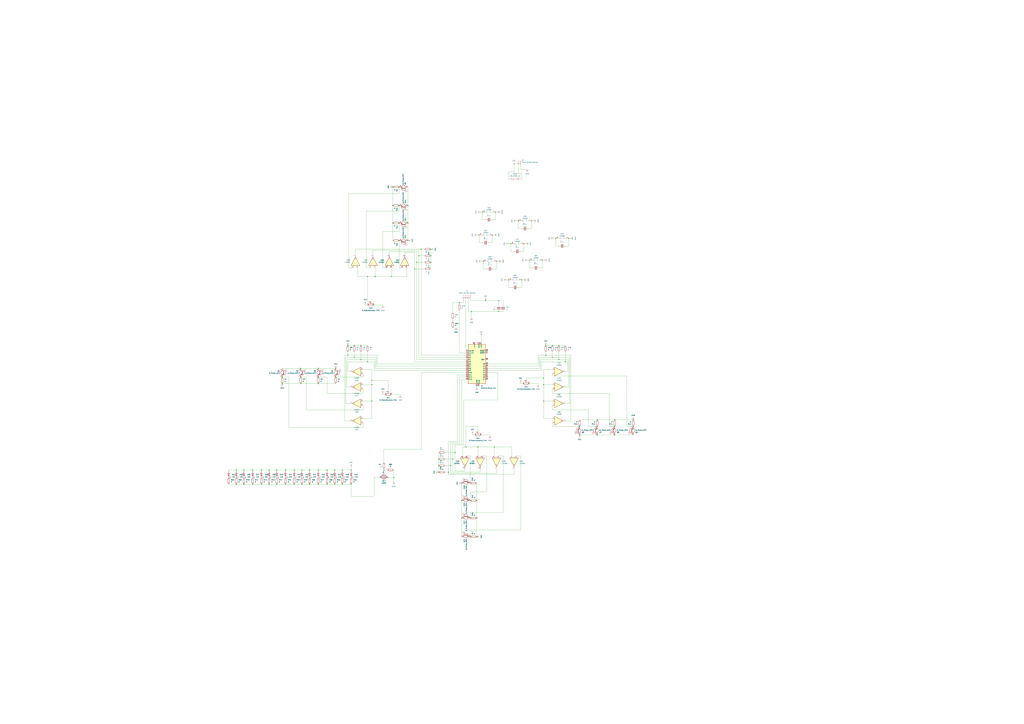
<source format=kicad_sch>
(kicad_sch (version 20250114) (generator "eeschema") (generator_version "9.0")
  (paper "A0")
  (junction (at 575.31 246.38))
  (junction (at 274.32 546.1))
  (junction (at 535.94 601.98))
  (junction (at 500.38 304.8))
  (junction (at 312.42 546.1))
  (junction (at 407.67 546.1))
  (junction (at 608.33 283.21))
  (junction (at 419.1 401.32))
  (junction (at 633.73 401.32))
  (junction (at 713.74 487.68))
  (junction (at 389.89 427.99))
  (junction (at 463.55 217.17))
  (junction (at 473.71 259.08))
  (junction (at 563.88 349.25))
  (junction (at 525.78 533.4))
  (junction (at 473.71 279.4))
  (junction (at 274.32 562.61))
  (junction (at 633.73 412.75))
  (junction (at 473.71 238.76))
  (junction (at 327.66 445.77))
  (junction (at 349.25 445.77))
  (junction (at 735.33 495.3))
  (junction (at 713.74 505.46))
  (junction (at 533.4 351.79))
  (junction (at 614.68 302.26))
  (junction (at 546.1 561.34))
  (junction (at 397.51 562.61))
  (junction (at 397.51 546.1))
  (junction (at 463.55 238.76))
  (junction (at 303.53 562.61))
  (junction (at 590.55 325.12))
  (junction (at 556.26 273.05))
  (junction (at 641.35 415.29))
  (junction (at 341.63 546.1))
  (junction (at 553.72 601.98))
  (junction (at 445.77 546.1))
  (junction (at 457.2 554.99))
  (junction (at 593.09 283.21))
  (junction (at 426.72 420.37))
  (junction (at 411.48 415.29))
  (junction (at 369.57 427.99))
  (junction (at 389.89 438.15))
  (junction (at 349.25 427.99))
  (junction (at 379.73 546.1))
  (junction (at 283.21 546.1))
  (junction (at 617.22 256.54))
  (junction (at 293.37 546.1))
  (junction (at 546.1 601.98))
  (junction (at 571.5 273.05))
  (junction (at 359.41 546.1))
  (junction (at 535.94 581.66))
  (junction (at 509.27 548.64))
  (junction (at 648.97 401.32))
  (junction (at 481.33 312.42))
  (junction (at 509.27 533.4))
  (junction (at 541.02 519.43))
  (junction (at 631.19 439.42))
  (junction (at 656.59 420.37))
  (junction (at 576.58 303.53))
  (junction (at 561.34 303.53))
  (junction (at 605.79 325.12))
  (junction (at 693.42 495.3))
  (junction (at 535.94 561.34))
  (junction (at 601.98 256.54))
  (junction (at 388.62 562.61))
  (junction (at 660.4 276.86))
  (junction (at 554.99 519.43))
  (junction (at 574.04 519.43))
  (junction (at 369.57 438.15))
  (junction (at 579.12 349.25))
  (junction (at 403.86 412.75))
  (junction (at 312.42 562.61))
  (junction (at 713.74 495.3))
  (junction (at 546.1 623.57))
  (junction (at 369.57 445.77))
  (junction (at 500.38 289.56))
  (junction (at 455.93 259.08))
  (junction (at 341.63 562.61))
  (junction (at 407.67 562.61))
  (junction (at 673.1 495.3))
  (junction (at 426.72 321.31))
  (junction (at 641.35 401.32))
  (junction (at 560.07 246.38))
  (junction (at 403.86 401.32))
  (junction (at 303.53 546.1))
  (junction (at 431.8 466.09))
  (junction (at 509.27 541.02))
  (junction (at 488.95 289.56))
  (junction (at 553.72 623.57))
  (junction (at 486.41 297.18))
  (junction (at 523.24 541.02))
  (junction (at 547.37 361.95))
  (junction (at 435.61 321.31))
  (junction (at 579.12 361.95))
  (junction (at 693.42 505.46))
  (junction (at 350.52 546.1))
  (junction (at 411.48 401.32))
  (junction (at 431.8 441.96))
  (junction (at 645.16 276.86))
  (junction (at 463.55 279.4))
  (junction (at 631.19 447.04))
  (junction (at 520.7 548.64))
  (junction (at 321.31 562.61))
  (junction (at 463.55 259.08))
  (junction (at 528.32 525.78))
  (junction (at 350.52 562.61))
  (junction (at 500.38 297.18))
  (junction (at 369.57 562.61))
  (junction (at 327.66 438.15))
  (junction (at 693.42 487.68))
  (junction (at 431.8 447.04))
  (junction (at 631.19 466.09))
  (junction (at 454.66 321.31))
  (junction (at 629.92 302.26))
  (junction (at 546.1 581.66))
  (junction (at 553.72 581.66))
  (junction (at 321.31 546.1))
  (junction (at 673.1 505.46))
  (junction (at 331.47 562.61))
  (junction (at 349.25 438.15))
  (junction (at 369.57 546.1))
  (junction (at 553.72 448.31))
  (junction (at 293.37 562.61))
  (junction (at 359.41 562.61))
  (junction (at 648.97 417.83))
  (junction (at 331.47 546.1))
  (junction (at 419.1 417.83))
  (junction (at 388.62 546.1))
  (junction (at 455.93 238.76))
  (junction (at 455.93 217.17))
  (junction (at 283.21 562.61))
  (junction (at 735.33 487.68))
  (junction (at 379.73 562.61))
  (junction (at 483.87 304.8))
  (wire (pts (xy 500.38 297.18) (xy 500.38 304.8)))
  (wire (pts (xy 388.62 562.61) (xy 397.51 562.61)))
  (wire (pts (xy 601.98 265.43) (xy 601.98 256.54)))
  (wire (pts (xy 618.49 311.15) (xy 614.68 311.15)))
  (wire (pts (xy 693.42 505.46) (xy 713.74 505.46)))
  (wire (pts (xy 541.02 440.69) (xy 535.94 440.69)))
  (wire (pts (xy 596.9 191.77) (xy 596.9 199.39)))
  (wire (pts (xy 557.53 548.64) (xy 557.53 544.83)))
  (wire (pts (xy 535.94 515.62) (xy 525.78 515.62)))
  (wire (pts (xy 546.1 529.59) (xy 546.1 561.34)))
  (wire (pts (xy 641.35 436.88) (xy 727.71 436.88)))
  (wire (pts (xy 567.69 281.94) (xy 571.5 281.94)))
  (wire (pts (xy 379.73 546.1) (xy 369.57 546.1)))
  (wire (pts (xy 369.57 562.61) (xy 379.73 562.61)))
  (wire (pts (xy 452.12 292.1) (xy 452.12 295.91)))
  (wire (pts (xy 435.61 427.99) (xy 541.02 427.99)))
  (wire (pts (xy 530.86 513.08) (xy 520.7 513.08)))
  (wire (pts (xy 509.27 541.02) (xy 509.27 533.4)))
  (wire (pts (xy 553.72 623.57) (xy 553.72 601.98)))
  (wire (pts (xy 530.86 435.61) (xy 541.02 435.61)))
  (wire (pts (xy 426.72 420.37) (xy 434.34 420.37)))
  (wire (pts (xy 561.34 312.42) (xy 561.34 303.53)))
  (wire (pts (xy 735.33 487.68) (xy 713.74 487.68)))
  (wire (pts (xy 438.15 422.91) (xy 541.02 422.91)))
  (wire (pts (xy 355.6 476.25) (xy 355.6 438.15)))
  (wire (pts (xy 426.72 408.94) (xy 426.72 420.37)))
  (wire (pts (xy 641.35 457.2) (xy 707.39 457.2)))
  (wire (pts (xy 543.56 361.95) (xy 547.37 361.95)))
  (wire (pts (xy 369.57 427.99) (xy 349.25 427.99)))
  (wire (pts (xy 400.05 412.75) (xy 400.05 488.95)))
  (wire (pts (xy 538.48 516.89) (xy 538.48 464.82)))
  (wire (pts (xy 599.44 529.59) (xy 604.52 529.59)))
  (wire (pts (xy 419.1 417.83) (xy 435.61 417.83)))
  (wire (pts (xy 624.84 445.77) (xy 624.84 447.04)))
  (wire (pts (xy 488.95 289.56) (xy 488.95 412.75)))
  (wire (pts (xy 463.55 311.15) (xy 467.36 311.15)))
  (wire (pts (xy 312.42 546.1) (xy 312.42 547.37)))
  (wire (pts (xy 566.42 422.91) (xy 624.84 422.91)))
  (wire (pts (xy 631.19 466.09) (xy 631.19 447.04)))
  (wire (pts (xy 516.89 548.64) (xy 520.7 548.64)))
  (wire (pts (xy 590.55 334.01) (xy 590.55 325.12)))
  (wire (pts (xy 641.35 471.17) (xy 641.35 476.25)))
  (wire (pts (xy 516.89 525.78) (xy 528.32 525.78)))
  (wire (pts (xy 574.04 529.59) (xy 574.04 519.43)))
  (wire (pts (xy 349.25 427.99) (xy 327.66 427.99)))
  (wire (pts (xy 662.94 488.95) (xy 656.59 488.95)))
  (wire (pts (xy 293.37 562.61) (xy 303.53 562.61)))
  (wire (pts (xy 626.11 311.15) (xy 629.92 311.15)))
  (wire (pts (xy 546.1 615.95) (xy 546.1 623.57)))
  (wire (pts (xy 535.94 440.69) (xy 535.94 515.62)))
  (wire (pts (xy 568.96 505.46) (xy 568.96 506.73)))
  (wire (pts (xy 656.59 420.37) (xy 659.13 420.37)))
  (wire (pts (xy 629.92 302.26) (xy 629.92 311.15)))
  (wire (pts (xy 463.55 224.79) (xy 463.55 217.17)))
  (wire (pts (xy 483.87 304.8) (xy 483.87 417.83)))
  (wire (pts (xy 463.55 311.15) (xy 463.55 279.4)))
  (wire (pts (xy 553.72 581.66) (xy 553.72 561.34)))
  (wire (pts (xy 431.8 441.96) (xy 431.8 447.04)))
  (wire (pts (xy 481.33 293.37) (xy 481.33 312.42)))
  (wire (pts (xy 355.6 438.15) (xy 349.25 438.15)))
  (wire (pts (xy 543.56 347.98) (xy 543.56 361.95)))
  (wire (pts (xy 481.33 420.37) (xy 541.02 420.37)))
  (wire (pts (xy 596.9 551.18) (xy 596.9 544.83)))
  (wire (pts (xy 415.29 321.31) (xy 426.72 321.31)))
  (wire (pts (xy 693.42 495.3) (xy 683.26 495.3)))
  (wire (pts (xy 424.18 353.06) (xy 424.18 354.33)))
  (wire (pts (xy 641.35 495.3) (xy 673.1 495.3)))
  (wire (pts (xy 656.59 285.75) (xy 660.4 285.75)))
  (wire (pts (xy 560.07 246.38) (xy 560.07 255.27)))
  (wire (pts (xy 433.07 295.91) (xy 433.07 290.83)))
  (wire (pts (xy 421.64 429.26) (xy 431.8 429.26)))
  (wire (pts (xy 406.4 431.8) (xy 403.86 431.8)))
  (wire (pts (xy 525.78 533.4) (xy 525.78 548.64)))
  (wire (pts (xy 541.02 519.43) (xy 554.99 519.43)))
  (wire (pts (xy 331.47 546.1) (xy 321.31 546.1)))
  (wire (pts (xy 424.18 354.33) (xy 426.72 354.33)))
  (wire (pts (xy 426.72 350.52) (xy 430.53 350.52)))
  (wire (pts (xy 626.11 415.29) (xy 626.11 425.45)))
  (wire (pts (xy 576.58 303.53) (xy 576.58 312.42)))
  (wire (pts (xy 293.37 546.1) (xy 283.21 546.1)))
  (wire (pts (xy 727.71 436.88) (xy 727.71 495.3)))
  (wire (pts (xy 617.22 256.54) (xy 619.76 256.54)))
  (wire (pts (xy 525.78 351.79) (xy 525.78 363.22)))
  (wire (pts (xy 533.4 353.06) (xy 533.4 351.79)))
  (wire (pts (xy 535.94 601.98) (xy 535.94 623.57)))
  (wire (pts (xy 605.79 265.43) (xy 601.98 265.43)))
  (wire (pts (xy 407.67 542.29) (xy 407.67 546.1)))
  (wire (pts (xy 546.1 581.66) (xy 546.1 571.5)))
  (wire (pts (xy 539.75 547.37) (xy 528.32 547.37)))
  (wire (pts (xy 626.11 415.29) (xy 641.35 415.29)))
  (wire (pts (xy 283.21 546.1) (xy 283.21 547.37)))
  (wire (pts (xy 492.76 304.8) (xy 483.87 304.8)))
  (wire (pts (xy 379.73 457.2) (xy 421.64 457.2)))
  (wire (pts (xy 359.41 546.1) (xy 359.41 547.37)))
  (wire (pts (xy 464.82 458.47) (xy 464.82 459.74)))
  (wire (pts (xy 500.38 304.8) (xy 500.38 312.42)))
  (wire (pts (xy 656.59 408.94) (xy 656.59 420.37)))
  (wire (pts (xy 608.33 283.21) (xy 610.87 283.21)))
  (wire (pts (xy 265.43 562.61) (xy 274.32 562.61)))
  (wire (pts (xy 631.19 486.41) (xy 631.19 466.09)))
  (wire (pts (xy 641.35 466.09) (xy 631.19 466.09)))
  (wire (pts (xy 648.97 401.32) (xy 656.59 401.32)))
  (wire (pts (xy 541.02 495.3) (xy 541.02 519.43)))
  (wire (pts (xy 430.53 311.15) (xy 425.45 311.15)))
  (wire (pts (xy 369.57 438.15) (xy 379.73 438.15)))
  (wire (pts (xy 593.09 292.1) (xy 593.09 283.21)))
  (wire (pts (xy 571.5 273.05) (xy 574.04 273.05)))
  (wire (pts (xy 541.02 347.98) (xy 541.02 407.67)))
  (wire (pts (xy 444.5 311.15) (xy 449.58 311.15)))
  (wire (pts (xy 457.2 546.1) (xy 457.2 554.99)))
  (wire (pts (xy 601.98 191.77) (xy 601.98 201.93)))
  (wire (pts (xy 486.41 415.29) (xy 541.02 415.29)))
  (wire (pts (xy 488.95 433.07) (xy 541.02 433.07)))
  (wire (pts (xy 312.42 546.1) (xy 303.53 546.1)))
  (wire (pts (xy 648.97 408.94) (xy 648.97 417.83)))
  (wire (pts (xy 584.2 595.63) (xy 546.1 595.63)))
  (wire (pts (xy 444.5 457.2) (xy 444.5 458.47)))
  (wire (pts (xy 401.32 415.29) (xy 411.48 415.29)))
  (wire (pts (xy 565.15 529.59) (xy 560.07 529.59)))
  (wire (pts (xy 546.1 529.59) (xy 542.29 529.59)))
  (wire (pts (xy 556.26 273.05) (xy 556.26 281.94)))
  (wire (pts (xy 537.21 519.43) (xy 541.02 519.43)))
  (wire (pts (xy 727.71 495.3) (xy 735.33 495.3)))
  (wire (pts (xy 434.34 354.33) (xy 444.5 354.33)))
  (wire (pts (xy 411.48 408.94) (xy 411.48 415.29)))
  (wire (pts (xy 546.1 571.5) (xy 565.15 571.5)))
  (wire (pts (xy 321.31 546.1) (xy 321.31 547.37)))
  (wire (pts (xy 421.64 491.49) (xy 421.64 496.57)))
  (wire (pts (xy 434.34 420.37) (xy 434.34 430.53)))
  (wire (pts (xy 528.32 516.89) (xy 528.32 525.78)))
  (wire (pts (xy 434.34 430.53) (xy 541.02 430.53)))
  (wire (pts (xy 541.02 438.15) (xy 533.4 438.15)))
  (wire (pts (xy 481.33 312.42) (xy 481.33 420.37)))
  (wire (pts (xy 560.07 246.38) (xy 557.53 246.38)))
  (wire (pts (xy 421.64 486.41) (xy 431.8 486.41)))
  (wire (pts (xy 707.39 457.2) (xy 707.39 495.3)))
  (wire (pts (xy 539.75 544.83) (xy 539.75 547.37)))
  (wire (pts (xy 547.37 361.95) (xy 579.12 361.95)))
  (wire (pts (xy 641.35 486.41) (xy 631.19 486.41)))
  (wire (pts (xy 661.67 468.63) (xy 661.67 415.29)))
  (wire (pts (xy 641.35 491.49) (xy 641.35 495.3)))
  (wire (pts (xy 488.95 521.97) (xy 488.95 433.07)))
  (wire (pts (xy 594.36 529.59) (xy 594.36 519.43)))
  (wire (pts (xy 341.63 546.1) (xy 331.47 546.1)))
  (wire (pts (xy 627.38 427.99) (xy 627.38 417.83)))
  (wire (pts (xy 594.36 334.01) (xy 590.55 334.01)))
  (wire (pts (xy 463.55 269.24) (xy 444.5 269.24)))
  (wire (pts (xy 331.47 562.61) (xy 341.63 562.61)))
  (wire (pts (xy 553.72 448.31) (xy 553.72 450.85)))
  (wire (pts (xy 571.5 255.27) (xy 575.31 255.27)))
  (wire (pts (xy 369.57 445.77) (xy 389.89 445.77)))
  (wire (pts (xy 436.88 425.45) (xy 541.02 425.45)))
  (wire (pts (xy 656.59 431.8) (xy 659.13 431.8)))
  (wire (pts (xy 565.15 571.5) (xy 565.15 529.59)))
  (wire (pts (xy 535.94 561.34) (xy 535.94 581.66)))
  (wire (pts (xy 483.87 292.1) (xy 483.87 304.8)))
  (wire (pts (xy 576.58 549.91) (xy 523.24 549.91)))
  (wire (pts (xy 492.76 297.18) (xy 486.41 297.18)))
  (wire (pts (xy 525.78 515.62) (xy 525.78 533.4)))
  (wire (pts (xy 584.2 354.33) (xy 584.2 349.25)))
  (wire (pts (xy 576.58 303.53) (xy 579.12 303.53)))
  (wire (pts (xy 548.64 504.19) (xy 548.64 505.46)))
  (wire (pts (xy 604.52 196.85) (xy 612.14 196.85)))
  (wire (pts (xy 604.52 444.5) (xy 604.52 445.77)))
  (wire (pts (xy 405.13 224.79) (xy 463.55 224.79)))
  (wire (pts (xy 283.21 546.1) (xy 274.32 546.1)))
  (wire (pts (xy 440.69 554.99) (xy 434.34 554.99)))
  (wire (pts (xy 558.8 505.46) (xy 568.96 505.46)))
  (wire (pts (xy 601.98 201.93) (xy 605.79 201.93)))
  (wire (pts (xy 401.32 468.63) (xy 401.32 415.29)))
  (wire (pts (xy 488.95 289.56) (xy 412.75 289.56)))
  (wire (pts (xy 421.64 457.2) (xy 421.64 452.12)))
  (wire (pts (xy 463.55 245.11) (xy 463.55 238.76)))
  (wire (pts (xy 411.48 415.29) (xy 436.88 415.29)))
  (wire (pts (xy 435.61 311.15) (xy 435.61 321.31)))
  (wire (pts (xy 402.59 417.83) (xy 402.59 449.58)))
  (wire (pts (xy 535.94 581.66) (xy 535.94 601.98)))
  (wire (pts (xy 553.72 273.05) (xy 556.26 273.05)))
  (wire (pts (xy 601.98 256.54) (xy 599.44 256.54)))
  (wire (pts (xy 605.79 208.28) (xy 603.25 208.28)))
  (wire (pts (xy 533.4 438.15) (xy 533.4 514.35)))
  (wire (pts (xy 628.65 420.37) (xy 656.59 420.37)))
  (wire (pts (xy 445.77 521.97) (xy 488.95 521.97)))
  (wire (pts (xy 492.76 289.56) (xy 488.95 289.56)))
  (wire (pts (xy 563.88 349.25) (xy 579.12 349.25)))
  (wire (pts (xy 455.93 259.08) (xy 455.93 279.4)))
  (wire (pts (xy 410.21 311.15) (xy 405.13 311.15)))
  (wire (pts (xy 516.89 533.4) (xy 525.78 533.4)))
  (wire (pts (xy 321.31 562.61) (xy 331.47 562.61)))
  (wire (pts (xy 633.73 401.32) (xy 641.35 401.32)))
  (wire (pts (xy 525.78 548.64) (xy 557.53 548.64)))
  (wire (pts (xy 596.9 292.1) (xy 593.09 292.1)))
  (wire (pts (xy 610.87 441.96) (xy 610.87 439.42)))
  (wire (pts (xy 571.5 273.05) (xy 571.5 281.94)))
  (wire (pts (xy 577.85 433.07) (xy 577.85 464.82)))
  (wire (pts (xy 434.34 576.58) (xy 434.34 554.99)))
  (wire (pts (xy 1247.14 15.24) (xy 1247.14 29.21)))
  (wire (pts (xy 327.66 445.77) (xy 349.25 445.77)))
  (wire (pts (xy 431.8 466.09) (xy 431.8 447.04)))
  (wire (pts (xy 350.52 562.61) (xy 359.41 562.61)))
  (wire (pts (xy 445.77 546.1) (xy 445.77 547.37)))
  (wire (pts (xy 454.66 321.31) (xy 454.66 311.15)))
  (wire (pts (xy 444.5 354.33) (xy 444.5 355.6)))
  (wire (pts (xy 604.52 191.77) (xy 604.52 196.85)))
  (wire (pts (xy 683.26 476.25) (xy 641.35 476.25)))
  (wire (pts (xy 631.19 429.26) (xy 631.19 439.42)))
  (wire (pts (xy 576.58 544.83) (xy 576.58 549.91)))
  (wire (pts (xy 425.45 311.15) (xy 425.45 245.11)))
  (wire (pts (xy 407.67 546.1) (xy 407.67 547.37)))
  (wire (pts (xy 604.52 615.95) (xy 546.1 615.95)))
  (wire (pts (xy 594.36 519.43) (xy 574.04 519.43)))
  (wire (pts (xy 421.64 471.17) (xy 421.64 476.25)))
  (wire (pts (xy 533.4 351.79) (xy 538.48 351.79)))
  (wire (pts (xy 303.53 562.61) (xy 312.42 562.61)))
  (wire (pts (xy 303.53 546.1) (xy 303.53 547.37)))
  (wire (pts (xy 379.73 546.1) (xy 379.73 547.37)))
  (wire (pts (xy 707.39 495.3) (xy 713.74 495.3)))
  (wire (pts (xy 554.99 495.3) (xy 541.02 495.3)))
  (wire (pts (xy 303.53 546.1) (xy 293.37 546.1)))
  (wire (pts (xy 438.15 422.91) (xy 438.15 412.75)))
  (wire (pts (xy 584.2 529.59) (xy 584.2 595.63)))
  (wire (pts (xy 469.9 295.91) (xy 469.9 293.37)))
  (wire (pts (xy 265.43 546.1) (xy 265.43 547.37)))
  (wire (pts (xy 274.32 562.61) (xy 283.21 562.61)))
  (wire (pts (xy 500.38 289.56) (xy 500.38 297.18)))
  (wire (pts (xy 558.8 389.89) (xy 558.8 397.51)))
  (wire (pts (xy 530.86 513.08) (xy 530.86 435.61)))
  (wire (pts (xy 673.1 505.46) (xy 693.42 505.46)))
  (wire (pts (xy 444.5 458.47) (xy 447.04 458.47)))
  (wire (pts (xy 483.87 417.83) (xy 541.02 417.83)))
  (wire (pts (xy 538.48 464.82) (xy 577.85 464.82)))
  (wire (pts (xy 425.45 245.11) (xy 463.55 245.11)))
  (wire (pts (xy 525.78 370.84) (xy 525.78 373.38)))
  (wire (pts (xy 520.7 513.08) (xy 520.7 548.64)))
  (wire (pts (xy 553.72 448.31) (xy 556.26 448.31)))
  (wire (pts (xy 546.1 349.25) (xy 563.88 349.25)))
  (wire (pts (xy 546.1 347.98) (xy 546.1 349.25)))
  (wire (pts (xy 560.07 281.94) (xy 556.26 281.94)))
  (wire (pts (xy 548.64 505.46) (xy 551.18 505.46)))
  (wire (pts (xy 627.38 417.83) (xy 648.97 417.83)))
  (wire (pts (xy 421.64 438.15) (xy 421.64 434.34)))
  (wire (pts (xy 473.71 238.76) (xy 473.71 217.17)))
  (wire (pts (xy 421.64 466.09) (xy 431.8 466.09)))
  (wire (pts (xy 516.89 541.02) (xy 523.24 541.02)))
  (wire (pts (xy 312.42 562.61) (xy 321.31 562.61)))
  (wire (pts (xy 629.92 302.26) (xy 632.46 302.26)))
  (wire (pts (xy 397.51 546.1) (xy 388.62 546.1)))
  (wire (pts (xy 566.42 427.99) (xy 627.38 427.99)))
  (wire (pts (xy 426.72 321.31) (xy 435.61 321.31)))
  (wire (pts (xy 641.35 429.26) (xy 631.19 429.26)))
  (wire (pts (xy 693.42 487.68) (xy 673.1 487.68)))
  (wire (pts (xy 614.68 445.77) (xy 624.84 445.77)))
  (wire (pts (xy 566.42 425.45) (xy 626.11 425.45)))
  (wire (pts (xy 341.63 546.1) (xy 341.63 547.37)))
  (wire (pts (xy 525.78 351.79) (xy 533.4 351.79)))
  (wire (pts (xy 593.09 283.21) (xy 590.55 283.21)))
  (wire (pts (xy 605.79 325.12) (xy 608.33 325.12)))
  (wire (pts (xy 523.24 514.35) (xy 533.4 514.35)))
  (wire (pts (xy 537.21 529.59) (xy 537.21 519.43)))
  (wire (pts (xy 426.72 321.31) (xy 426.72 350.52)))
  (wire (pts (xy 584.2 349.25) (xy 579.12 349.25)))
  (wire (pts (xy 641.35 457.2) (xy 641.35 452.12)))
  (wire (pts (xy 473.71 259.08) (xy 473.71 238.76)))
  (wire (pts (xy 523.24 541.02) (xy 523.24 549.91)))
  (wire (pts (xy 433.07 290.83) (xy 486.41 290.83)))
  (wire (pts (xy 455.93 238.76) (xy 455.93 259.08)))
  (wire (pts (xy 604.52 445.77) (xy 607.06 445.77)))
  (wire (pts (xy 403.86 401.32) (xy 411.48 401.32)))
  (wire (pts (xy 359.41 562.61) (xy 369.57 562.61)))
  (wire (pts (xy 400.05 488.95) (xy 406.4 488.95)))
  (wire (pts (xy 546.1 595.63) (xy 546.1 601.98)))
  (wire (pts (xy 633.73 412.75) (xy 662.94 412.75)))
  (wire (pts (xy 713.74 505.46) (xy 735.33 505.46)))
  (wire (pts (xy 613.41 265.43) (xy 617.22 265.43)))
  (wire (pts (xy 608.33 283.21) (xy 608.33 292.1)))
  (wire (pts (xy 403.86 412.75) (xy 438.15 412.75)))
  (wire (pts (xy 435.61 427.99) (xy 435.61 417.83)))
  (wire (pts (xy 472.44 311.15) (xy 472.44 321.31)))
  (wire (pts (xy 590.55 199.39) (xy 590.55 208.28)))
  (wire (pts (xy 641.35 415.29) (xy 661.67 415.29)))
  (wire (pts (xy 400.05 412.75) (xy 403.86 412.75)))
  (wire (pts (xy 572.77 312.42) (xy 576.58 312.42)))
  (wire (pts (xy 575.31 246.38) (xy 577.85 246.38)))
  (wire (pts (xy 463.55 259.08) (xy 463.55 269.24)))
  (wire (pts (xy 454.66 458.47) (xy 464.82 458.47)))
  (wire (pts (xy 436.88 415.29) (xy 436.88 425.45)))
  (wire (pts (xy 579.12 529.59) (xy 584.2 529.59)))
  (wire (pts (xy 561.34 303.53) (xy 558.8 303.53)))
  (wire (pts (xy 389.89 427.99) (xy 369.57 427.99)))
  (wire (pts (xy 648.97 285.75) (xy 645.16 285.75)))
  (wire (pts (xy 486.41 290.83) (xy 486.41 297.18)))
  (wire (pts (xy 403.86 420.37) (xy 426.72 420.37)))
  (wire (pts (xy 641.35 401.32) (xy 648.97 401.32)))
  (wire (pts (xy 431.8 447.04) (xy 421.64 447.04)))
  (wire (pts (xy 435.61 321.31) (xy 454.66 321.31)))
  (wire (pts (xy 335.28 438.15) (xy 327.66 438.15)))
  (wire (pts (xy 713.74 487.68) (xy 693.42 487.68)))
  (wire (pts (xy 350.52 546.1) (xy 341.63 546.1)))
  (wire (pts (xy 590.55 325.12) (xy 588.01 325.12)))
  (wire (pts (xy 631.19 447.04) (xy 641.35 447.04)))
  (wire (pts (xy 407.67 576.58) (xy 434.34 576.58)))
  (wire (pts (xy 538.48 347.98) (xy 538.48 351.79)))
  (wire (pts (xy 421.64 496.57) (xy 335.28 496.57)))
  (wire (pts (xy 274.32 546.1) (xy 265.43 546.1)))
  (wire (pts (xy 617.22 256.54) (xy 617.22 265.43)))
  (wire (pts (xy 419.1 401.32) (xy 426.72 401.32)))
  (wire (pts (xy 450.85 441.96) (xy 431.8 441.96)))
  (wire (pts (xy 660.4 449.58) (xy 656.59 449.58)))
  (wire (pts (xy 554.99 519.43) (xy 554.99 529.59)))
  (wire (pts (xy 641.35 408.94) (xy 641.35 415.29)))
  (wire (pts (xy 457.2 554.99) (xy 457.2 560.07)))
  (wire (pts (xy 523.24 514.35) (xy 523.24 541.02)))
  (wire (pts (xy 407.67 562.61) (xy 407.67 576.58)))
  (wire (pts (xy 486.41 297.18) (xy 486.41 415.29)))
  (wire (pts (xy 614.68 302.26) (xy 612.14 302.26)))
  (wire (pts (xy 483.87 292.1) (xy 452.12 292.1)))
  (wire (pts (xy 656.59 468.63) (xy 661.67 468.63)))
  (wire (pts (xy 431.8 429.26) (xy 431.8 441.96)))
  (wire (pts (xy 605.79 201.93) (xy 605.79 208.28)))
  (wire (pts (xy 449.58 546.1) (xy 445.77 546.1)))
  (wire (pts (xy 577.85 433.07) (xy 566.42 433.07)))
  (wire (pts (xy 331.47 546.1) (xy 331.47 547.37)))
  (wire (pts (xy 405.13 311.15) (xy 405.13 224.79)))
  (wire (pts (xy 624.84 412.75) (xy 633.73 412.75)))
  (wire (pts (xy 509.27 533.4) (xy 509.27 525.78)))
  (wire (pts (xy 579.12 349.25) (xy 579.12 354.33)))
  (wire (pts (xy 660.4 276.86) (xy 660.4 285.75)))
  (wire (pts (xy 645.16 276.86) (xy 645.16 285.75)))
  (wire (pts (xy 415.29 311.15) (xy 415.29 321.31)))
  (wire (pts (xy 565.15 312.42) (xy 561.34 312.42)))
  (wire (pts (xy 469.9 293.37) (xy 481.33 293.37)))
  (wire (pts (xy 445.77 537.21) (xy 445.77 521.97)))
  (wire (pts (xy 610.87 439.42) (xy 631.19 439.42)))
  (wire (pts (xy 397.51 562.61) (xy 407.67 562.61)))
  (wire (pts (xy 421.64 438.15) (xy 389.89 438.15)))
  (wire (pts (xy 525.78 381) (xy 529.59 381)))
  (wire (pts (xy 528.32 516.89) (xy 538.48 516.89)))
  (wire (pts (xy 445.77 544.83) (xy 445.77 546.1)))
  (wire (pts (xy 406.4 468.63) (xy 401.32 468.63)))
  (wire (pts (xy 554.99 501.65) (xy 554.99 495.3)))
  (wire (pts (xy 596.9 199.39) (xy 590.55 199.39)))
  (wire (pts (xy 604.52 529.59) (xy 604.52 615.95)))
  (wire (pts (xy 397.51 546.1) (xy 397.51 547.37)))
  (wire (pts (xy 520.7 548.64) (xy 520.7 551.18)))
  (wire (pts (xy 274.32 546.1) (xy 274.32 547.37)))
  (wire (pts (xy 369.57 546.1) (xy 359.41 546.1)))
  (wire (pts (xy 403.86 431.8) (xy 403.86 420.37)))
  (wire (pts (xy 662.94 412.75) (xy 662.94 488.95)))
  (wire (pts (xy 614.68 311.15) (xy 614.68 302.26)))
  (wire (pts (xy 628.65 420.37) (xy 628.65 430.53)))
  (wire (pts (xy 660.4 276.86) (xy 662.94 276.86)))
  (wire (pts (xy 541.02 410.21) (xy 533.4 410.21)))
  (wire (pts (xy 645.16 276.86) (xy 642.62 276.86)))
  (wire (pts (xy 624.84 422.91) (xy 624.84 412.75)))
  (wire (pts (xy 566.42 430.53) (xy 628.65 430.53)))
  (wire (pts (xy 528.32 525.78) (xy 528.32 547.37)))
  (wire (pts (xy 601.98 334.01) (xy 605.79 334.01)))
  (wire (pts (xy 411.48 401.32) (xy 419.1 401.32)))
  (wire (pts (xy 455.93 217.17) (xy 455.93 238.76)))
  (wire (pts (xy 419.1 408.94) (xy 419.1 417.83)))
  (wire (pts (xy 520.7 551.18) (xy 596.9 551.18)))
  (wire (pts (xy 553.72 601.98) (xy 553.72 581.66)))
  (wire (pts (xy 454.66 321.31) (xy 472.44 321.31)))
  (wire (pts (xy 402.59 417.83) (xy 419.1 417.83)))
  (wire (pts (xy 369.57 546.1) (xy 369.57 547.37)))
  (wire (pts (xy 379.73 562.61) (xy 388.62 562.61)))
  (wire (pts (xy 421.64 476.25) (xy 355.6 476.25)))
  (wire (pts (xy 350.52 546.1) (xy 350.52 547.37)))
  (wire (pts (xy 450.85 454.66) (xy 450.85 441.96)))
  (wire (pts (xy 412.75 289.56) (xy 412.75 295.91)))
  (wire (pts (xy 641.35 436.88) (xy 641.35 434.34)))
  (wire (pts (xy 321.31 546.1) (xy 312.42 546.1)))
  (wire (pts (xy 402.59 449.58) (xy 406.4 449.58)))
  (wire (pts (xy 648.97 417.83) (xy 660.4 417.83)))
  (wire (pts (xy 444.5 269.24) (xy 444.5 311.15)))
  (wire (pts (xy 488.95 412.75) (xy 541.02 412.75)))
  (wire (pts (xy 659.13 431.8) (xy 659.13 420.37)))
  (wire (pts (xy 388.62 546.1) (xy 388.62 547.37)))
  (wire (pts (xy 341.63 562.61) (xy 350.52 562.61)))
  (wire (pts (xy 492.76 312.42) (xy 481.33 312.42)))
  (wire (pts (xy 533.4 360.68) (xy 533.4 410.21)))
  (wire (pts (xy 575.31 246.38) (xy 575.31 255.27)))
  (wire (pts (xy 604.52 292.1) (xy 608.33 292.1)))
  (wire (pts (xy 388.62 546.1) (xy 379.73 546.1)))
  (wire (pts (xy 359.41 546.1) (xy 350.52 546.1)))
  (wire (pts (xy 605.79 325.12) (xy 605.79 334.01)))
  (wire (pts (xy 563.88 255.27) (xy 560.07 255.27)))
  (wire (pts (xy 450.85 554.99) (xy 457.2 554.99)))
  (wire (pts (xy 403.86 408.94) (xy 403.86 412.75)))
  (wire (pts (xy 547.37 361.95) (xy 547.37 369.57)))
  (wire (pts (xy 660.4 417.83) (xy 660.4 449.58)))
  (wire (pts (xy 473.71 279.4) (xy 473.71 259.08)))
  (wire (pts (xy 683.26 495.3) (xy 683.26 476.25)))
  (wire (pts (xy 379.73 438.15) (xy 379.73 457.2)))
  (wire (pts (xy 349.25 445.77) (xy 369.57 445.77)))
  (wire (pts (xy 407.67 546.1) (xy 397.51 546.1)))
  (wire (pts (xy 590.55 208.28) (xy 593.09 208.28)))
  (wire (pts (xy 509.27 548.64) (xy 509.27 541.02)))
  (wire (pts (xy 335.28 496.57) (xy 335.28 438.15)))
  (wire (pts (xy 631.19 439.42) (xy 631.19 447.04)))
  (wire (pts (xy 431.8 486.41) (xy 431.8 466.09)))
  (wire (pts (xy 633.73 408.94) (xy 633.73 412.75)))
  (wire (pts (xy 283.21 562.61) (xy 293.37 562.61)))
  (wire (pts (xy 574.04 519.43) (xy 554.99 519.43)))
  (wire (pts (xy 293.37 546.1) (xy 293.37 547.37)))
  (wire (pts (xy 579.12 361.95) (xy 584.2 361.95)))
  (symbol (lib_id "Device:C") (at 622.3 311.15 90) (unit 1)
    (property "Reference" "C8" (at 621.0299 307.34 0) (effects (justify left)))
    (property "Value" "C" (at 623.5699 307.34 0) (effects (justify left)))
    (property "Footprint" "Capacitor_SMD:C_0603_1608Metric" (effects (hide yes)))
    (property "Description" "Unpolarized capacitor" (effects (hide yes)))
  )
  (symbol (lib_id "power:VCC") (at 509.27 548.64 90) (mirror x) (unit 1)
    (property "Reference" "#PWR013" (effects (hide yes)))
    (property "Value" "VCC" (at 504.19 548.64 0))
    (property "Description" "Power symbol creates a global label with name \"VCC\"" (effects (hide yes)))
  )
  (symbol (lib_id "power:VCC") (at 604.52 444.5 0) (unit 1)
    (property "Reference" "#PWR019" (effects (hide yes)))
    (property "Value" "VCC" (at 604.52 439.42 0))
    (property "Description" "Power symbol creates a global label with name \"VCC\"" (effects (hide yes)))
  )
  (symbol (lib_id "Device:R") (at 533.4 356.87 0) (unit 1)
    (property "Reference" "R49" (at 535.94 355.5999 0) (effects (justify left)))
    (property "Value" "R" (at 535.94 358.1399 0) (effects (justify left)))
    (property "Footprint" "Resistor_THT:R_Axial_DIN0207_L6.3mm_D2.5mm_P7.62mm_Horizontal" (effects (hide yes)))
    (property "Description" "Resistor" (effects (hide yes)))
  )
  (symbol (lib_id "Device:Q_Photo_NPN") (at 372.11 433.07 0) (mirror y) (unit 1)
    (property "Reference" "Q3" (at 367.03 431.0506 0) (effects (justify left)))
    (property "Value" "Q_Photo_NPN" (at 367.03 433.5906 0) (effects (justify left)))
    (property "Footprint" "NJL7502R:NJL7502R" (effects (hide yes)))
    (property "Description" "NPN phototransistor, collector/emitter" (effects (hide yes)))
  )
  (symbol (lib_id "Device:R") (at 513.08 541.02 90) (unit 1)
    (property "Reference" "R30" (at 511.8099 538.48 0) (effects (justify left)))
    (property "Value" "R" (at 514.3499 538.48 0) (effects (justify left)))
    (property "Footprint" "Resistor_SMD:R_0603_1608Metric_Pad0.98x0.95mm_HandSolder" (effects (hide yes)))
    (property "Description" "Resistor" (effects (hide yes)))
  )
  (symbol (lib_id "power:VCC") (at 403.86 401.32 0) (mirror y) (unit 1)
    (property "Reference" "#PWR01" (effects (hide yes)))
    (property "Value" "VCC" (at 403.86 396.24 0))
    (property "Description" "Power symbol creates a global label with name \"VCC\"" (effects (hide yes)))
  )
  (symbol (lib_id "power:GND") (at 327.66 445.77 0) (unit 1)
    (property "Reference" "#PWR03" (effects (hide yes)))
    (property "Value" "GND" (at 327.66 450.85 0))
    (property "Description" "Power symbol creates a global label with name \"GND\" , ground" (effects (hide yes)))
  )
  (symbol (lib_id "Device:R") (at 403.86 405.13 0) (unit 1)
    (property "Reference" "R8" (at 406.4 403.8599 0) (effects (justify left)))
    (property "Value" "R" (at 406.4 406.3999 0) (effects (justify left)))
    (property "Footprint" "Resistor_SMD:R_0603_1608Metric_Pad0.98x0.95mm_HandSolder" (effects (hide yes)))
    (property "Description" "Resistor" (effects (hide yes)))
  )
  (symbol (lib_id "Device:R") (at 513.08 525.78 90) (unit 1)
    (property "Reference" "R32" (at 511.8099 523.24 0) (effects (justify left)))
    (property "Value" "R" (at 514.3499 523.24 0) (effects (justify left)))
    (property "Footprint" "Resistor_SMD:R_0603_1608Metric_Pad0.98x0.95mm_HandSolder" (effects (hide yes)))
    (property "Description" "Resistor" (effects (hide yes)))
  )
  (symbol (lib_id "Simulation_SPICE:NMOS") (at 445.77 552.45 90) (mirror x) (unit 1)
    (property "Reference" "Q17" (at 445.77 558.8 90))
    (property "Value" "NMOS" (at 445.77 561.34 90))
    (property "Footprint" "Package_TO_SOT_THT:TO-251-3-1EP_Horizontal_TabDown" (effects (hide yes)))
    (property "Datasheet" "https://ngspice.sourceforge.io/docs/ngspice-html-manual/manual.xhtml#cha_MOSFETs" (effects (hide yes)))
    (property "Description" "N-MOSFET transistor, drain/source/gate" (effects (hide yes)))
    (property "Sim.Device" "NMOS" (effects (hide yes)))
    (property "Sim.Type" "VDMOS" (effects (hide yes)))
    (property "Sim.Pins" "1=D 2=G 3=S" (effects (hide yes)))
  )
  (symbol (lib_id "power:VCC") (at 557.53 246.38 90) (unit 1)
    (property "Reference" "#PWR030" (effects (hide yes)))
    (property "Value" "VCC" (at 552.45 246.38 0))
    (property "Description" "Power symbol creates a global label with name \"VCC\"" (effects (hide yes)))
  )
  (symbol (lib_id "Device:Q_Photo_NPN") (at 541.02 599.44 90) (mirror x) (unit 1)
    (property "Reference" "Q14" (at 539.0006 604.52 0) (effects (justify left)))
    (property "Value" "Q_Photo_NPN" (at 541.5406 604.52 0) (effects (justify left)))
    (property "Footprint" "NJL7502R:NJL7502R" (effects (hide yes)))
    (property "Description" "NPN phototransistor, collector/emitter" (effects (hide yes)))
  )
  (symbol (lib_id "Device:Q_Photo_NPN") (at 711.2 500.38 0) (mirror x) (unit 1)
    (property "Reference" "Q6" (at 716.28 502.3994 0) (effects (justify left)))
    (property "Value" "Q_Photo_NPN" (at 716.28 499.8594 0) (effects (justify left)))
    (property "Footprint" "NJL7502R:NJL7502R" (effects (hide yes)))
    (property "Description" "NPN phototransistor, collector/emitter" (effects (hide yes)))
  )
  (symbol (lib_id "power:VCC") (at 553.72 273.05 90) (unit 1)
    (property "Reference" "#PWR034" (effects (hide yes)))
    (property "Value" "VCC" (at 548.64 273.05 0))
    (property "Description" "Power symbol creates a global label with name \"VCC\"" (effects (hide yes)))
  )
  (symbol (lib_id "Device:LED") (at 359.41 551.18 90) (unit 1)
    (property "Reference" "D44" (at 363.22 551.4974 90) (effects (justify right)))
    (property "Value" "LED" (at 363.22 554.0374 90) (effects (justify right)))
    (property "Footprint" "LED_SMD:LED_0603_1608Metric" (effects (hide yes)))
    (property "Description" "Light emitting diode" (effects (hide yes)))
    (property "Sim.Pins" "1=K 2=A" (effects (hide yes)))
  )
  (symbol (lib_id "power:GND") (at 632.46 302.26 90) (unit 1)
    (property "Reference" "#PWR039" (effects (hide yes)))
    (property "Value" "GND" (at 637.54 302.26 0))
    (property "Description" "Power symbol creates a global label with name \"GND\" , ground" (effects (hide yes)))
  )
  (symbol (lib_id "Comparator:LM393") (at 469.9 303.53 270) (mirror x) (unit 1)
    (property "Reference" "U5" (at 463.55 302.2599 90) (effects (justify right)))
    (property "Value" "LM393" (at 463.55 304.7999 90) (effects (justify right)))
    (property "Footprint" "Package_SO:SOIC-8_3.9x4.9mm_P1.27mm" (effects (hide yes)))
    (property "Datasheet" "http://www.ti.com/lit/ds/symlink/lm393.pdf" (effects (hide yes)))
    (property "Description" "Low-Power, Low-Offset Voltage, Dual Comparators, DIP-8/SOIC-8/TO-99-8" (effects (hide yes)))
  )
  (symbol (lib_id "power:GND") (at 619.76 256.54 90) (unit 1)
    (property "Reference" "#PWR033" (effects (hide yes)))
    (property "Value" "GND" (at 624.84 256.54 0))
    (property "Description" "Power symbol creates a global label with name \"GND\" , ground" (effects (hide yes)))
  )
  (symbol (lib_id "Device:R") (at 389.89 441.96 0) (unit 1)
    (property "Reference" "R1" (at 392.43 440.6899 0) (effects (justify left)))
    (property "Value" "R" (at 392.43 443.2299 0) (effects (justify left)))
    (property "Footprint" "Resistor_SMD:R_0603_1608Metric_Pad0.98x0.95mm_HandSolder" (effects (hide yes)))
    (property "Description" "Resistor" (effects (hide yes)))
  )
  (symbol (lib_id "Comparator:LM393") (at 576.58 537.21 270) (unit 2)
    (property "Reference" "U9" (at 582.93 535.9399 90) (effects (justify left)))
    (property "Value" "LM393" (at 582.93 538.4799 90) (effects (justify left)))
    (property "Footprint" "Package_SO:SOIC-8_3.9x4.9mm_P1.27mm" (effects (hide yes)))
    (property "Datasheet" "http://www.ti.com/lit/ds/symlink/lm393.pdf" (effects (hide yes)))
    (property "Description" "Low-Power, Low-Offset Voltage, Dual Comparators, DIP-8/SOIC-8/TO-99-8" (effects (hide yes)))
  )
  (symbol (lib_id "Device:R") (at 397.51 558.8 0) (unit 1)
    (property "Reference" "R34" (at 400.05 557.5299 0) (effects (justify left)))
    (property "Value" "R" (at 400.05 560.0699 0) (effects (justify left)))
    (property "Footprint" "Resistor_SMD:R_0603_1608Metric_Pad0.98x0.95mm_HandSolder" (effects (hide yes)))
    (property "Description" "Resistor" (effects (hide yes)))
  )
  (symbol (lib_id "Device:C") (at 598.17 334.01 90) (unit 1)
    (property "Reference" "C9" (at 596.8999 330.2 0) (effects (justify left)))
    (property "Value" "C" (at 599.4399 330.2 0) (effects (justify left)))
    (property "Footprint" "Capacitor_SMD:C_0603_1608Metric" (effects (hide yes)))
    (property "Description" "Unpolarized capacitor" (effects (hide yes)))
  )
  (symbol (lib_id "power:VCC") (at 444.5 457.2 0) (unit 1)
    (property "Reference" "#PWR015" (effects (hide yes)))
    (property "Value" "VCC" (at 444.5 452.12 0))
    (property "Description" "Power symbol creates a global label with name \"VCC\"" (effects (hide yes)))
  )
  (symbol (lib_id "Device:R") (at 693.42 491.49 180) (unit 1)
    (property "Reference" "R15" (at 690.88 492.7601 0) (effects (justify left)))
    (property "Value" "R" (at 690.88 490.2201 0) (effects (justify left)))
    (property "Footprint" "Resistor_SMD:R_0603_1608Metric_Pad0.98x0.95mm_HandSolder" (effects (hide yes)))
    (property "Description" "Resistor" (effects (hide yes)))
  )
  (symbol (lib_id "power:GND") (at 735.33 487.68 180) (unit 1)
    (property "Reference" "#PWR06" (effects (hide yes)))
    (property "Value" "GND" (at 735.33 482.6 0))
    (property "Description" "Power symbol creates a global label with name \"GND\" , ground" (effects (hide yes)))
  )
  (symbol (lib_id "Comparator:LM393") (at 622.3 299.72 90) (unit 3)
    (property "Reference" "U6" (at 622.3 297.18 90))
    (property "Value" "LM393" (at 622.3 299.72 90))
    (property "Footprint" "Package_SO:SOIC-8_3.9x4.9mm_P1.27mm" (effects (hide yes)))
    (property "Datasheet" "http://www.ti.com/lit/ds/symlink/lm393.pdf" (effects (hide yes)))
    (property "Description" "Low-Power, Low-Offset Voltage, Dual Comparators, DIP-8/SOIC-8/TO-99-8" (effects (hide yes)))
  )
  (symbol (lib_id "Device:LED") (at 331.47 551.18 90) (unit 1)
    (property "Reference" "D41" (at 335.28 551.4974 90) (effects (justify right)))
    (property "Value" "LED" (at 335.28 554.0374 90) (effects (justify right)))
    (property "Footprint" "LED_SMD:LED_0603_1608Metric" (effects (hide yes)))
    (property "Description" "Light emitting diode" (effects (hide yes)))
    (property "Sim.Pins" "1=K 2=A" (effects (hide yes)))
  )
  (symbol (lib_id "Device:C") (at 568.96 312.42 90) (unit 1)
    (property "Reference" "C10" (at 567.6899 308.61 0) (effects (justify left)))
    (property "Value" "C" (at 570.2299 308.61 0) (effects (justify left)))
    (property "Footprint" "Capacitor_SMD:C_0603_1608Metric" (effects (hide yes)))
    (property "Description" "Unpolarized capacitor" (effects (hide yes)))
  )
  (symbol (lib_id "Device:R") (at 496.57 297.18 270) (unit 1)
    (property "Reference" "R22" (at 497.8401 299.72 0) (effects (justify left)))
    (property "Value" "R" (at 495.3001 299.72 0) (effects (justify left)))
    (property "Footprint" "Resistor_SMD:R_0603_1608Metric_Pad0.98x0.95mm_HandSolder" (effects (hide yes)))
    (property "Description" "Resistor" (effects (hide yes)))
  )
  (symbol (lib_id "Device:R") (at 274.32 558.8 0) (unit 1)
    (property "Reference" "R56" (at 276.86 557.5299 0) (effects (justify left)))
    (property "Value" "R" (at 276.86 560.0699 0) (effects (justify left)))
    (property "Footprint" "Resistor_SMD:R_0603_1608Metric_Pad0.98x0.95mm_HandSolder" (effects (hide yes)))
    (property "Description" "Resistor" (effects (hide yes)))
  )
  (symbol (lib_id "Comparator:LM393") (at 412.75 303.53 270) (mirror x) (unit 2)
    (property "Reference" "U6" (at 406.4 302.2599 90) (effects (justify right)))
    (property "Value" "LM393" (at 406.4 304.7999 90) (effects (justify right)))
    (property "Footprint" "Package_SO:SOIC-8_3.9x4.9mm_P1.27mm" (effects (hide yes)))
    (property "Datasheet" "http://www.ti.com/lit/ds/symlink/lm393.pdf" (effects (hide yes)))
    (property "Description" "Low-Power, Low-Offset Voltage, Dual Comparators, DIP-8/SOIC-8/TO-99-8" (effects (hide yes)))
  )
  (symbol (lib_id "Device:LED") (at 379.73 551.18 90) (unit 1)
    (property "Reference" "D46" (at 383.54 551.4974 90) (effects (justify right)))
    (property "Value" "LED" (at 383.54 554.0374 90) (effects (justify right)))
    (property "Footprint" "LED_SMD:LED_0603_1608Metric" (effects (hide yes)))
    (property "Description" "Light emitting diode" (effects (hide yes)))
    (property "Sim.Pins" "1=K 2=A" (effects (hide yes)))
  )
  (symbol (lib_id "power:VCC") (at 558.8 303.53 90) (unit 1)
    (property "Reference" "#PWR042" (effects (hide yes)))
    (property "Value" "VCC" (at 553.72 303.53 0))
    (property "Description" "Power symbol creates a global label with name \"VCC\"" (effects (hide yes)))
  )
  (symbol (lib_id "Device:Q_Photo_NPN") (at 690.88 500.38 0) (mirror x) (unit 1)
    (property "Reference" "Q7" (at 695.96 502.3994 0) (effects (justify left)))
    (property "Value" "Q_Photo_NPN" (at 695.96 499.8594 0) (effects (justify left)))
    (property "Footprint" "NJL7502R:NJL7502R" (effects (hide yes)))
    (property "Description" "NPN phototransistor, collector/emitter" (effects (hide yes)))
  )
  (symbol (lib_id "Comparator:LM393") (at 557.53 537.21 90) (mirror x) (unit 1)
    (property "Reference" "U2" (at 551.18 535.9399 90) (effects (justify left)))
    (property "Value" "LM393" (at 551.18 538.4799 90) (effects (justify left)))
    (property "Footprint" "Package_SO:SOIC-8_3.9x4.9mm_P1.27mm" (effects (hide yes)))
    (property "Datasheet" "http://www.ti.com/lit/ds/symlink/lm393.pdf" (effects (hide yes)))
    (property "Description" "Low-Power, Low-Offset Voltage, Dual Comparators, DIP-8/SOIC-8/TO-99-8" (effects (hide yes)))
  )
  (symbol (lib_id "Device:LED") (at 341.63 551.18 90) (unit 1)
    (property "Reference" "D42" (at 345.44 551.4974 90) (effects (justify right)))
    (property "Value" "LED" (at 345.44 554.0374 90) (effects (justify right)))
    (property "Footprint" "LED_SMD:LED_0603_1608Metric" (effects (hide yes)))
    (property "Description" "Light emitting diode" (effects (hide yes)))
    (property "Sim.Pins" "1=K 2=A" (effects (hide yes)))
  )
  (symbol (lib_id "Comparator:LM393") (at 609.6 254 90) (unit 3)
    (property "Reference" "U3" (at 609.6 251.46 90))
    (property "Value" "LM393" (at 609.6 254 90))
    (property "Footprint" "Package_SO:SOIC-8_3.9x4.9mm_P1.27mm" (effects (hide yes)))
    (property "Datasheet" "http://www.ti.com/lit/ds/symlink/lm393.pdf" (effects (hide yes)))
    (property "Description" "Low-Power, Low-Offset Voltage, Dual Comparators, DIP-8/SOIC-8/TO-99-8" (effects (hide yes)))
  )
  (symbol (lib_id "Device:LED") (at 350.52 551.18 90) (unit 1)
    (property "Reference" "D43" (at 354.33 551.4974 90) (effects (justify right)))
    (property "Value" "LED" (at 354.33 554.0374 90) (effects (justify right)))
    (property "Footprint" "LED_SMD:LED_0603_1608Metric" (effects (hide yes)))
    (property "Description" "Light emitting diode" (effects (hide yes)))
    (property "Sim.Pins" "1=K 2=A" (effects (hide yes)))
  )
  (symbol (lib_id "Device:R") (at 525.78 377.19 0) (unit 1)
    (property "Reference" "R50" (at 528.32 375.9199 0) (effects (justify left)))
    (property "Value" "R" (at 528.32 378.4599 0) (effects (justify left)))
    (property "Footprint" "Resistor_THT:R_Axial_DIN0207_L6.3mm_D2.5mm_P7.62mm_Horizontal" (effects (hide yes)))
    (property "Description" "Resistor" (effects (hide yes)))
  )
  (symbol (lib_id "Device:R") (at 713.74 491.49 180) (unit 1)
    (property "Reference" "R14" (at 711.2 492.7601 0) (effects (justify left)))
    (property "Value" "R" (at 711.2 490.2201 0) (effects (justify left)))
    (property "Footprint" "Resistor_SMD:R_0603_1608Metric_Pad0.98x0.95mm_HandSolder" (effects (hide yes)))
    (property "Description" "Resistor" (effects (hide yes)))
  )
  (symbol (lib_id "power:VCC") (at 588.01 325.12 90) (unit 1)
    (property "Reference" "#PWR040" (effects (hide yes)))
    (property "Value" "VCC" (at 582.93 325.12 0))
    (property "Description" "Power symbol creates a global label with name \"VCC\"" (effects (hide yes)))
  )
  (symbol (lib_id "power:VCC") (at 673.1 505.46 0) (mirror x) (unit 1)
    (property "Reference" "#PWR010" (effects (hide yes)))
    (property "Value" "VCC" (at 673.1 510.54 0))
    (property "Description" "Power symbol creates a global label with name \"VCC\"" (effects (hide yes)))
  )
  (symbol (lib_id "Device:LED") (at 274.32 551.18 90) (unit 1)
    (property "Reference" "D35" (at 278.13 551.4974 90) (effects (justify right)))
    (property "Value" "LED" (at 278.13 554.0374 90) (effects (justify right)))
    (property "Footprint" "LED_SMD:LED_0603_1608Metric" (effects (hide yes)))
    (property "Description" "Light emitting diode" (effects (hide yes)))
    (property "Sim.Pins" "1=K 2=A" (effects (hide yes)))
  )
  (symbol (lib_id "Device:R") (at 411.48 405.13 0) (unit 1)
    (property "Reference" "R7" (at 414.02 403.8599 0) (effects (justify left)))
    (property "Value" "R" (at 414.02 406.3999 0) (effects (justify left)))
    (property "Footprint" "Resistor_SMD:R_0603_1608Metric_Pad0.98x0.95mm_HandSolder" (effects (hide yes)))
    (property "Description" "Resistor" (effects (hide yes)))
  )
  (symbol (lib_id "Device:LED") (at 312.42 551.18 90) (unit 1)
    (property "Reference" "D39" (at 316.23 551.4974 90) (effects (justify right)))
    (property "Value" "LED" (at 316.23 554.0374 90) (effects (justify right)))
    (property "Footprint" "LED_SMD:LED_0603_1608Metric" (effects (hide yes)))
    (property "Description" "Light emitting diode" (effects (hide yes)))
    (property "Sim.Pins" "1=K 2=A" (effects (hide yes)))
  )
  (symbol (lib_id "power:VCC") (at 590.55 283.21 90) (unit 1)
    (property "Reference" "#PWR044" (effects (hide yes)))
    (property "Value" "VCC" (at 585.47 283.21 0))
    (property "Description" "Power symbol creates a global label with name \"VCC\"" (effects (hide yes)))
  )
  (symbol (lib_id "Device:R") (at 549.91 623.57 90) (unit 1)
    (property "Reference" "R17" (at 548.6399 621.03 0) (effects (justify left)))
    (property "Value" "R" (at 551.1799 621.03 0) (effects (justify left)))
    (property "Footprint" "Resistor_SMD:R_0603_1608Metric_Pad0.98x0.95mm_HandSolder" (effects (hide yes)))
    (property "Description" "Resistor" (effects (hide yes)))
  )
  (symbol (lib_id "power:GND") (at 444.5 355.6 0) (unit 1)
    (property "Reference" "#PWR018" (effects (hide yes)))
    (property "Value" "GND" (at 444.5 360.68 0))
    (property "Description" "Power symbol creates a global label with name \"GND\" , ground" (effects (hide yes)))
  )
  (symbol (lib_id "power:VCC") (at 473.71 279.4 270) (mirror x) (unit 1)
    (property "Reference" "#PWR09" (effects (hide yes)))
    (property "Value" "VCC" (at 478.79 279.4 0))
    (property "Description" "Power symbol creates a global label with name \"VCC\"" (effects (hide yes)))
  )
  (symbol (lib_id "Device:R_Potentiometer_Trim") (at 450.85 458.47 90) (unit 1)
    (property "Reference" "RV1" (at 450.85 462.28 90))
    (property "Value" "R_Potentiometer_Trim" (at 450.85 464.82 90))
    (property "Footprint" "Connector_PinHeader_2.54mm:PinHeader_1x03_P2.54mm_Vertical" (effects (hide yes)))
    (property "Description" "Trim-potentiometer" (effects (hide yes)))
  )
  (symbol (lib_id "Device:R") (at 525.78 367.03 0) (unit 1)
    (property "Reference" "R51" (at 528.32 365.7599 0) (effects (justify left)))
    (property "Value" "R" (at 528.32 368.2999 0) (effects (justify left)))
    (property "Footprint" "Resistor_THT:R_Axial_DIN0207_L6.3mm_D2.5mm_P7.62mm_Horizontal" (effects (hide yes)))
    (property "Description" "Resistor" (effects (hide yes)))
  )
  (symbol (lib_id "Device:R") (at 445.77 541.02 0) (mirror y) (unit 1)
    (property "Reference" "R84" (at 443.23 539.7499 0) (effects (justify left)))
    (property "Value" "R" (at 443.23 542.2899 0) (effects (justify left)))
    (property "Footprint" "Resistor_THT:R_Axial_DIN0207_L6.3mm_D2.5mm_P7.62mm_Horizontal" (effects (hide yes)))
    (property "Description" "Resistor" (effects (hide yes)))
  )
  (symbol (lib_id "Device:Q_Photo_NPN") (at 330.2 433.07 0) (mirror y) (unit 1)
    (property "Reference" "Q1" (at 325.12 431.0506 0) (effects (justify left)))
    (property "Value" "Q_Photo_NPN" (at 325.12 433.5906 0) (effects (justify left)))
    (property "Footprint" "NJL7502R:NJL7502R" (effects (hide yes)))
    (property "Description" "NPN phototransistor, collector/emitter" (effects (hide yes)))
  )
  (symbol (lib_id "Device:R") (at 293.37 558.8 0) (unit 1)
    (property "Reference" "R41" (at 295.91 557.5299 0) (effects (justify left)))
    (property "Value" "R" (at 295.91 560.0699 0) (effects (justify left)))
    (property "Footprint" "Resistor_SMD:R_0603_1608Metric_Pad0.98x0.95mm_HandSolder" (effects (hide yes)))
    (property "Description" "Resistor" (effects (hide yes)))
  )
  (symbol (lib_id "Device:LED") (at 293.37 551.18 90) (unit 1)
    (property "Reference" "D37" (at 297.18 551.4974 90) (effects (justify right)))
    (property "Value" "LED" (at 297.18 554.0374 90) (effects (justify right)))
    (property "Footprint" "LED_SMD:LED_0603_1608Metric" (effects (hide yes)))
    (property "Description" "Light emitting diode" (effects (hide yes)))
    (property "Sim.Pins" "1=K 2=A" (effects (hide yes)))
  )
  (symbol (lib_id "MCU_Module:Arduino_Nano_v2.x") (at 553.72 422.91 0) (unit 1)
    (property "Reference" "A1" (at 558.4033 448.31 0) (effects (justify left)))
    (property "Value" "Arduino_Nano_v2.x" (at 558.4033 450.85 0) (effects (justify left)))
    (property "Footprint" "Module:Arduino_Nano" (effects (hide yes)))
    (property "Datasheet" "https://www.arduino.cc/en/uploads/Main/ArduinoNanoManual23.pdf" (effects (hide yes)))
    (property "Description" "Arduino Nano v2.x" (effects (hide yes)))
  )
  (symbol (lib_id "Device:R") (at 459.74 238.76 270) (unit 1)
    (property "Reference" "R10" (at 461.0101 241.3 0) (effects (justify left)))
    (property "Value" "R" (at 458.4701 241.3 0) (effects (justify left)))
    (property "Footprint" "Resistor_SMD:R_0603_1608Metric_Pad0.98x0.95mm_HandSolder" (effects (hide yes)))
    (property "Description" "Resistor" (effects (hide yes)))
  )
  (symbol (lib_id "power:VCC") (at 612.14 302.26 90) (unit 1)
    (property "Reference" "#PWR038" (effects (hide yes)))
    (property "Value" "VCC" (at 607.06 302.26 0))
    (property "Description" "Power symbol creates a global label with name \"VCC\"" (effects (hide yes)))
  )
  (symbol (lib_id "Device:R") (at 513.08 533.4 90) (unit 1)
    (property "Reference" "R31" (at 511.8099 530.86 0) (effects (justify left)))
    (property "Value" "R" (at 514.3499 530.86 0) (effects (justify left)))
    (property "Footprint" "Resistor_SMD:R_0603_1608Metric_Pad0.98x0.95mm_HandSolder" (effects (hide yes)))
    (property "Description" "Resistor" (effects (hide yes)))
  )
  (symbol (lib_id "power:GND") (at 529.59 381 0) (unit 1)
    (property "Reference" "#PWR027" (effects (hide yes)))
    (property "Value" "GND" (at 529.59 386.08 0))
    (property "Description" "Power symbol creates a global label with name \"GND\" , ground" (effects (hide yes)))
  )
  (symbol (lib_id "power:GND") (at 624.84 447.04 0) (unit 1)
    (property "Reference" "#PWR020" (effects (hide yes)))
    (property "Value" "GND" (at 624.84 452.12 0))
    (property "Description" "Power symbol creates a global label with name \"GND\" , ground" (effects (hide yes)))
  )
  (symbol (lib_id "Device:R") (at 350.52 558.8 0) (unit 1)
    (property "Reference" "R39" (at 353.06 557.5299 0) (effects (justify left)))
    (property "Value" "R" (at 353.06 560.0699 0) (effects (justify left)))
    (property "Footprint" "Resistor_SMD:R_0603_1608Metric_Pad0.98x0.95mm_HandSolder" (effects (hide yes)))
    (property "Description" "Resistor" (effects (hide yes)))
  )
  (symbol (lib_id "power:GND") (at 612.14 196.85 0) (unit 1)
    (property "Reference" "#PWR029" (effects (hide yes)))
    (property "Value" "GND" (at 612.14 201.93 0))
    (property "Description" "Power symbol creates a global label with name \"GND\" , ground" (effects (hide yes)))
  )
  (symbol (lib_id "Device:R_Potentiometer_Trim") (at 554.99 505.46 90) (unit 1)
    (property "Reference" "RV4" (at 554.99 509.27 90))
    (property "Value" "R_Potentiometer_Trim" (at 554.99 511.81 90))
    (property "Footprint" "Connector_PinHeader_2.54mm:PinHeader_1x03_P2.54mm_Vertical" (effects (hide yes)))
    (property "Description" "Trim-potentiometer" (effects (hide yes)))
  )
  (symbol (lib_id "power:GND") (at 608.33 325.12 90) (unit 1)
    (property "Reference" "#PWR041" (effects (hide yes)))
    (property "Value" "GND" (at 613.41 325.12 0))
    (property "Description" "Power symbol creates a global label with name \"GND\" , ground" (effects (hide yes)))
  )
  (symbol (lib_id "Device:R") (at 549.91 581.66 90) (unit 1)
    (property "Reference" "R19" (at 548.6399 579.12 0) (effects (justify left)))
    (property "Value" "R" (at 551.1799 579.12 0) (effects (justify left)))
    (property "Footprint" "Resistor_SMD:R_0603_1608Metric_Pad0.98x0.95mm_HandSolder" (effects (hide yes)))
    (property "Description" "Resistor" (effects (hide yes)))
  )
  (symbol (lib_id "power:VCC") (at 563.88 349.25 0) (unit 1)
    (property "Reference" "#PWR026" (effects (hide yes)))
    (property "Value" "VCC" (at 563.88 344.17 0))
    (property "Description" "Power symbol creates a global label with name \"VCC\"" (effects (hide yes)))
  )
  (symbol (lib_id "power:GND") (at 455.93 217.17 270) (unit 1)
    (property "Reference" "#PWR07" (effects (hide yes)))
    (property "Value" "GND" (at 450.85 217.17 0))
    (property "Description" "Power symbol creates a global label with name \"GND\" , ground" (effects (hide yes)))
  )
  (symbol (lib_id "Device:LED") (at 283.21 551.18 90) (unit 1)
    (property "Reference" "D36" (at 287.02 551.4974 90) (effects (justify right)))
    (property "Value" "LED" (at 287.02 554.0374 90) (effects (justify right)))
    (property "Footprint" "LED_SMD:LED_0603_1608Metric" (effects (hide yes)))
    (property "Description" "Light emitting diode" (effects (hide yes)))
    (property "Sim.Pins" "1=K 2=A" (effects (hide yes)))
  )
  (symbol (lib_id "Comparator:LM393") (at 563.88 270.51 90) (unit 3)
    (property "Reference" "U4" (at 563.88 267.97 90))
    (property "Value" "LM393" (at 563.88 270.51 90))
    (property "Footprint" "Package_SO:SOIC-8_3.9x4.9mm_P1.27mm" (effects (hide yes)))
    (property "Datasheet" "http://www.ti.com/lit/ds/symlink/lm393.pdf" (effects (hide yes)))
    (property "Description" "Low-Power, Low-Offset Voltage, Dual Comparators, DIP-8/SOIC-8/TO-99-8" (effects (hide yes)))
  )
  (symbol (lib_id "Device:R_Potentiometer_Trim") (at 430.53 354.33 90) (unit 1)
    (property "Reference" "RV2" (at 430.53 358.14 90))
    (property "Value" "R_Potentiometer_Trim" (at 430.53 360.68 90))
    (property "Footprint" "Connector_PinHeader_2.54mm:PinHeader_1x03_P2.54mm_Vertical" (effects (hide yes)))
    (property "Description" "Trim-potentiometer" (effects (hide yes)))
  )
  (symbol (lib_id "Device:R") (at 459.74 279.4 270) (unit 1)
    (property "Reference" "R12" (at 461.0101 281.94 0) (effects (justify left)))
    (property "Value" "R" (at 458.4701 281.94 0) (effects (justify left)))
    (property "Footprint" "Resistor_SMD:R_0603_1608Metric_Pad0.98x0.95mm_HandSolder" (effects (hide yes)))
    (property "Description" "Resistor" (effects (hide yes)))
  )
  (symbol (lib_id "Device:Q_Photo_NPN") (at 670.56 500.38 0) (mirror x) (unit 1)
    (property "Reference" "Q8" (at 675.64 502.3994 0) (effects (justify left)))
    (property "Value" "Q_Photo_NPN" (at 675.64 499.8594 0) (effects (justify left)))
    (property "Footprint" "NJL7502R:NJL7502R" (effects (hide yes)))
    (property "Description" "NPN phototransistor, collector/emitter" (effects (hide yes)))
  )
  (symbol (lib_id "Device:LED") (at 397.51 551.18 90) (unit 1)
    (property "Reference" "D48" (at 401.32 551.4974 90) (effects (justify right)))
    (property "Value" "LED" (at 401.32 554.0374 90) (effects (justify right)))
    (property "Footprint" "LED_SMD:LED_0603_1608Metric" (effects (hide yes)))
    (property "Description" "Light emitting diode" (effects (hide yes)))
    (property "Sim.Pins" "1=K 2=A" (effects (hide yes)))
  )
  (symbol (lib_id "Comparator:LM393") (at 452.12 303.53 270) (mirror x) (unit 2)
    (property "Reference" "U5" (at 445.77 302.2599 90) (effects (justify right)))
    (property "Value" "LM393" (at 445.77 304.7999 90) (effects (justify right)))
    (property "Footprint" "Package_SO:SOIC-8_3.9x4.9mm_P1.27mm" (effects (hide yes)))
    (property "Datasheet" "http://www.ti.com/lit/ds/symlink/lm393.pdf" (effects (hide yes)))
    (property "Description" "Low-Power, Low-Offset Voltage, Dual Comparators, DIP-8/SOIC-8/TO-99-8" (effects (hide yes)))
  )
  (symbol (lib_id "Connector:Conn_01x02_Socket") (at 601.98 186.69 90) (unit 1)
    (property "Reference" "J2" (at 605.79 186.0549 90) (effects (justify right)))
    (property "Value" "Conn_01x02_Socket" (at 605.79 188.5949 90) (effects (justify right)))
    (property "Footprint" "Connector_PinSocket_2.54mm:PinSocket_1x02_P2.54mm_Vertical" (effects (hide yes)))
    (property "Description" "Generic connector, single row, 01x02, script generated" (effects (hide yes)))
  )
  (symbol (lib_id "Device:R") (at 496.57 289.56 270) (unit 1)
    (property "Reference" "R21" (at 497.8401 292.1 0) (effects (justify left)))
    (property "Value" "R" (at 495.3001 292.1 0) (effects (justify left)))
    (property "Footprint" "Resistor_SMD:R_0603_1608Metric_Pad0.98x0.95mm_HandSolder" (effects (hide yes)))
    (property "Description" "Resistor" (effects (hide yes)))
  )
  (symbol (lib_id "power:GND") (at 662.94 276.86 90) (unit 1)
    (property "Reference" "#PWR037" (effects (hide yes)))
    (property "Value" "GND" (at 668.02 276.86 0))
    (property "Description" "Power symbol creates a global label with name \"GND\" , ground" (effects (hide yes)))
  )
  (symbol (lib_id "power:VCC") (at 642.62 276.86 90) (unit 1)
    (property "Reference" "#PWR036" (effects (hide yes)))
    (property "Value" "VCC" (at 637.54 276.86 0))
    (property "Description" "Power symbol creates a global label with name \"VCC\"" (effects (hide yes)))
  )
  (symbol (lib_id "Device:R") (at 312.42 558.8 0) (unit 1)
    (property "Reference" "R43" (at 314.96 557.5299 0) (effects (justify left)))
    (property "Value" "R" (at 314.96 560.0699 0) (effects (justify left)))
    (property "Footprint" "Resistor_SMD:R_0603_1608Metric_Pad0.98x0.95mm_HandSolder" (effects (hide yes)))
    (property "Description" "Resistor" (effects (hide yes)))
  )
  (symbol (lib_id "Device:R") (at 496.57 312.42 270) (unit 1)
    (property "Reference" "R24" (at 497.8401 314.96 0) (effects (justify left)))
    (property "Value" "R" (at 495.3001 314.96 0) (effects (justify left)))
    (property "Footprint" "Resistor_SMD:R_0603_1608Metric_Pad0.98x0.95mm_HandSolder" (effects (hide yes)))
    (property "Description" "Resistor" (effects (hide yes)))
  )
  (symbol (lib_id "Device:LED") (at 369.57 551.18 90) (unit 1)
    (property "Reference" "D45" (at 373.38 551.4974 90) (effects (justify right)))
    (property "Value" "LED" (at 373.38 554.0374 90) (effects (justify right)))
    (property "Footprint" "LED_SMD:LED_0603_1608Metric" (effects (hide yes)))
    (property "Description" "Light emitting diode" (effects (hide yes)))
    (property "Sim.Pins" "1=K 2=A" (effects (hide yes)))
  )
  (symbol (lib_id "Connector:Conn_01x04_Socket") (at 541.02 342.9 90) (unit 1)
    (property "Reference" "J1" (at 542.29 337.82 90))
    (property "Value" "Conn_01x04_Socket" (at 542.29 340.36 90))
    (property "Footprint" "Connector_PinSocket_2.54mm:PinSocket_1x04_P2.54mm_Vertical" (effects (hide yes)))
    (property "Description" "Generic connector, single row, 01x04, script generated" (effects (hide yes)))
  )
  (symbol (lib_id "Device:LED") (at 265.43 551.18 90) (unit 1)
    (property "Reference" "D34" (at 269.24 551.4974 90) (effects (justify right)))
    (property "Value" "LED" (at 269.24 554.0374 90) (effects (justify right)))
    (property "Footprint" "LED_SMD:LED_0603_1608Metric" (effects (hide yes)))
    (property "Description" "Light emitting diode" (effects (hide yes)))
    (property "Sim.Pins" "1=K 2=A" (effects (hide yes)))
  )
  (symbol (lib_id "Comparator:LM393") (at 596.9 537.21 270) (unit 1)
    (property "Reference" "U9" (at 603.25 535.9399 90) (effects (justify left)))
    (property "Value" "LM393" (at 603.25 538.4799 90) (effects (justify left)))
    (property "Footprint" "Package_SO:SOIC-8_3.9x4.9mm_P1.27mm" (effects (hide yes)))
    (property "Datasheet" "http://www.ti.com/lit/ds/symlink/lm393.pdf" (effects (hide yes)))
    (property "Description" "Low-Power, Low-Offset Voltage, Dual Comparators, DIP-8/SOIC-8/TO-99-8" (effects (hide yes)))
  )
  (symbol (lib_id "Device:R") (at 426.72 405.13 0) (unit 1)
    (property "Reference" "R5" (at 429.26 403.8599 0) (effects (justify left)))
    (property "Value" "R" (at 429.26 406.3999 0) (effects (justify left)))
    (property "Footprint" "Resistor_SMD:R_0603_1608Metric_Pad0.98x0.95mm_HandSolder" (effects (hide yes)))
    (property "Description" "Resistor" (effects (hide yes)))
  )
  (symbol (lib_id "Comparator:LM393") (at 539.75 537.21 90) (mirror x) (unit 2)
    (property "Reference" "U2" (at 533.4 535.9399 90) (effects (justify left)))
    (property "Value" "LM393" (at 533.4 538.4799 90) (effects (justify left)))
    (property "Footprint" "Package_SO:SOIC-8_3.9x4.9mm_P1.27mm" (effects (hide yes)))
    (property "Datasheet" "http://www.ti.com/lit/ds/symlink/lm393.pdf" (effects (hide yes)))
    (property "Description" "Low-Power, Low-Offset Voltage, Dual Comparators, DIP-8/SOIC-8/TO-99-8" (effects (hide yes)))
  )
  (symbol (lib_id "Device:R") (at 388.62 558.8 0) (unit 1)
    (property "Reference" "R35" (at 391.16 557.5299 0) (effects (justify left)))
    (property "Value" "R" (at 391.16 560.0699 0) (effects (justify left)))
    (property "Footprint" "Resistor_SMD:R_0603_1608Metric_Pad0.98x0.95mm_HandSolder" (effects (hide yes)))
    (property "Description" "Resistor" (effects (hide yes)))
  )
  (symbol (lib_id "Device:R") (at 407.67 558.8 0) (unit 1)
    (property "Reference" "R33" (at 410.21 557.5299 0) (effects (justify left)))
    (property "Value" "R" (at 410.21 560.0699 0) (effects (justify left)))
    (property "Footprint" "Resistor_SMD:R_0603_1608Metric_Pad0.98x0.95mm_HandSolder" (effects (hide yes)))
    (property "Description" "Resistor" (effects (hide yes)))
  )
  (symbol (lib_id "power:VCC") (at 424.18 353.06 0) (unit 1)
    (property "Reference" "#PWR017" (effects (hide yes)))
    (property "Value" "VCC" (at 424.18 347.98 0))
    (property "Description" "Power symbol creates a global label with name \"VCC\"" (effects (hide yes)))
  )
  (symbol (lib_id "Comparator:LM393") (at 648.97 431.8 0) (unit 1)
    (property "Reference" "U7" (at 648.97 421.64 0))
    (property "Value" "LM393" (at 648.97 424.18 0))
    (property "Footprint" "Package_SO:SOIC-8_3.9x4.9mm_P1.27mm" (effects (hide yes)))
    (property "Datasheet" "http://www.ti.com/lit/ds/symlink/lm393.pdf" (effects (hide yes)))
    (property "Description" "Low-Power, Low-Offset Voltage, Dual Comparators, DIP-8/SOIC-8/TO-99-8" (effects (hide yes)))
  )
  (symbol (lib_id "Device:C") (at 584.2 358.14 0) (unit 1)
    (property "Reference" "C3" (at 588.01 356.8699 0) (effects (justify left)))
    (property "Value" "C" (at 588.01 359.4099 0) (effects (justify left)))
    (property "Footprint" "Capacitor_THT:C_Disc_D7.5mm_W2.5mm_P5.00mm" (effects (hide yes)))
    (property "Description" "Unpolarized capacitor" (effects (hide yes)))
  )
  (symbol (lib_id "power:GND") (at 553.72 623.57 90) (unit 1)
    (property "Reference" "#PWR05" (effects (hide yes)))
    (property "Value" "GND" (at 558.8 623.57 0))
    (property "Description" "Power symbol creates a global label with name \"GND\" , ground" (effects (hide yes)))
  )
  (symbol (lib_id "Device:R") (at 379.73 558.8 0) (unit 1)
    (property "Reference" "R36" (at 382.27 557.5299 0) (effects (justify left)))
    (property "Value" "R" (at 382.27 560.0699 0) (effects (justify left)))
    (property "Footprint" "Resistor_SMD:R_0603_1608Metric_Pad0.98x0.95mm_HandSolder" (effects (hide yes)))
    (property "Description" "Resistor" (effects (hide yes)))
  )
  (symbol (lib_id "Device:C") (at 609.6 265.43 90) (unit 1)
    (property "Reference" "C5" (at 608.3299 261.62 0) (effects (justify left)))
    (property "Value" "C" (at 610.8699 261.62 0) (effects (justify left)))
    (property "Footprint" "Capacitor_SMD:C_0603_1608Metric" (effects (hide yes)))
    (property "Description" "Unpolarized capacitor" (effects (hide yes)))
  )
  (symbol (lib_id "Device:R") (at 459.74 217.17 270) (unit 1)
    (property "Reference" "R9" (at 461.0101 219.71 0) (effects (justify left)))
    (property "Value" "R" (at 458.4701 219.71 0) (effects (justify left)))
    (property "Footprint" "Resistor_SMD:R_0603_1608Metric_Pad0.98x0.95mm_HandSolder" (effects (hide yes)))
    (property "Description" "Resistor" (effects (hide yes)))
  )
  (symbol (lib_id "power:VCC") (at 596.9 191.77 0) (unit 1)
    (property "Reference" "#PWR028" (effects (hide yes)))
    (property "Value" "VCC" (at 596.9 186.69 0))
    (property "Description" "Power symbol creates a global label with name \"VCC\"" (effects (hide yes)))
  )
  (symbol (lib_id "Device:R") (at 303.53 558.8 0) (unit 1)
    (property "Reference" "R42" (at 306.07 557.5299 0) (effects (justify left)))
    (property "Value" "R" (at 306.07 560.0699 0) (effects (justify left)))
    (property "Footprint" "Resistor_SMD:R_0603_1608Metric_Pad0.98x0.95mm_HandSolder" (effects (hide yes)))
    (property "Description" "Resistor" (effects (hide yes)))
  )
  (symbol (lib_id "Device:R") (at 331.47 558.8 0) (unit 1)
    (property "Reference" "R45" (at 334.01 557.5299 0) (effects (justify left)))
    (property "Value" "R" (at 334.01 560.0699 0) (effects (justify left)))
    (property "Footprint" "Resistor_SMD:R_0603_1608Metric_Pad0.98x0.95mm_HandSolder" (effects (hide yes)))
    (property "Description" "Resistor" (effects (hide yes)))
  )
  (symbol (lib_id "Device:Q_Photo_NPN") (at 392.43 433.07 0) (mirror y) (unit 1)
    (property "Reference" "Q4" (at 387.35 431.0506 0) (effects (justify left)))
    (property "Value" "Q_Photo_NPN" (at 387.35 433.5906 0) (effects (justify left)))
    (property "Footprint" "NJL7502R:NJL7502R" (effects (hide yes)))
    (property "Description" "NPN phototransistor, collector/emitter" (effects (hide yes)))
  )
  (symbol (lib_id "Device:R") (at 549.91 561.34 90) (unit 1)
    (property "Reference" "R20" (at 548.6399 558.8 0) (effects (justify left)))
    (property "Value" "R" (at 551.1799 558.8 0) (effects (justify left)))
    (property "Footprint" "Resistor_SMD:R_0603_1608Metric_Pad0.98x0.95mm_HandSolder" (effects (hide yes)))
    (property "Description" "Resistor" (effects (hide yes)))
  )
  (symbol (lib_id "Device:LED") (at 407.67 551.18 90) (unit 1)
    (property "Reference" "D49" (at 411.48 551.4974 90) (effects (justify right)))
    (property "Value" "LED" (at 411.48 554.0374 90) (effects (justify right)))
    (property "Footprint" "LED_SMD:LED_0603_1608Metric" (effects (hide yes)))
    (property "Description" "Light emitting diode" (effects (hide yes)))
    (property "Sim.Pins" "1=K 2=A" (effects (hide yes)))
  )
  (symbol (lib_id "power:VCC") (at 599.44 256.54 90) (unit 1)
    (property "Reference" "#PWR032" (effects (hide yes)))
    (property "Value" "VCC" (at 594.36 256.54 0))
    (property "Description" "Power symbol creates a global label with name \"VCC\"" (effects (hide yes)))
  )
  (symbol (lib_id "Device:Q_Photo_NPN") (at 732.79 500.38 0) (mirror x) (unit 1)
    (property "Reference" "Q5" (at 737.87 502.3994 0) (effects (justify left)))
    (property "Value" "Q_Photo_NPN" (at 737.87 499.8594 0) (effects (justify left)))
    (property "Footprint" "NJL7502R:NJL7502R" (effects (hide yes)))
    (property "Description" "NPN phototransistor, collector/emitter" (effects (hide yes)))
  )
  (symbol (lib_id "power:GND") (at 577.85 246.38 90) (unit 1)
    (property "Reference" "#PWR031" (effects (hide yes)))
    (property "Value" "GND" (at 582.93 246.38 0))
    (property "Description" "Power symbol creates a global label with name \"GND\" , ground" (effects (hide yes)))
  )
  (symbol (lib_id "power:VCC") (at 633.73 401.32 0) (mirror y) (unit 1)
    (property "Reference" "#PWR08" (effects (hide yes)))
    (property "Value" "VCC" (at 633.73 396.24 0))
    (property "Description" "Power symbol creates a global label with name \"VCC\"" (effects (hide yes)))
  )
  (symbol (lib_id "Device:R") (at 349.25 441.96 0) (unit 1)
    (property "Reference" "R3" (at 351.79 440.6899 0) (effects (justify left)))
    (property "Value" "R" (at 351.79 443.2299 0) (effects (justify left)))
    (property "Footprint" "Resistor_SMD:R_0603_1608Metric_Pad0.98x0.95mm_HandSolder" (effects (hide yes)))
    (property "Description" "Resistor" (effects (hide yes)))
  )
  (symbol (lib_id "Device:R") (at 419.1 405.13 0) (unit 1)
    (property "Reference" "R6" (at 421.64 403.8599 0) (effects (justify left)))
    (property "Value" "R" (at 421.64 406.3999 0) (effects (justify left)))
    (property "Footprint" "Resistor_SMD:R_0603_1608Metric_Pad0.98x0.95mm_HandSolder" (effects (hide yes)))
    (property "Description" "Resistor" (effects (hide yes)))
  )
  (symbol (lib_id "Device:R") (at 265.43 558.8 0) (unit 1)
    (property "Reference" "R55" (at 267.97 557.5299 0) (effects (justify left)))
    (property "Value" "R" (at 267.97 560.0699 0) (effects (justify left)))
    (property "Footprint" "Resistor_SMD:R_0603_1608Metric_Pad0.98x0.95mm_HandSolder" (effects (hide yes)))
    (property "Description" "Resistor" (effects (hide yes)))
  )
  (symbol (lib_id "Device:Q_Photo_NPN") (at 468.63 219.71 270) (mirror x) (unit 1)
    (property "Reference" "Q9" (at 470.6494 214.63 0) (effects (justify left)))
    (property "Value" "Q_Photo_NPN" (at 468.1094 214.63 0) (effects (justify left)))
    (property "Footprint" "NJL7502R:NJL7502R" (effects (hide yes)))
    (property "Description" "NPN phototransistor, collector/emitter" (effects (hide yes)))
  )
  (symbol (lib_id "Device:R") (at 641.35 405.13 0) (unit 1)
    (property "Reference" "R26" (at 643.89 403.8599 0) (effects (justify left)))
    (property "Value" "R" (at 643.89 406.3999 0) (effects (justify left)))
    (property "Footprint" "Resistor_SMD:R_0603_1608Metric_Pad0.98x0.95mm_HandSolder" (effects (hide yes)))
    (property "Description" "Resistor" (effects (hide yes)))
  )
  (symbol (lib_id "Device:R") (at 656.59 405.13 0) (unit 1)
    (property "Reference" "R28" (at 659.13 403.8599 0) (effects (justify left)))
    (property "Value" "R" (at 659.13 406.3999 0) (effects (justify left)))
    (property "Footprint" "Resistor_SMD:R_0603_1608Metric_Pad0.98x0.95mm_HandSolder" (effects (hide yes)))
    (property "Description" "Resistor" (effects (hide yes)))
  )
  (symbol (lib_id "Comparator:LM393") (at 414.02 488.95 0) (mirror y) (unit 1)
    (property "Reference" "U3" (at 414.02 499.11 0))
    (property "Value" "LM393" (at 414.02 496.57 0))
    (property "Footprint" "Package_SO:SOIC-8_3.9x4.9mm_P1.27mm" (effects (hide yes)))
    (property "Datasheet" "http://www.ti.com/lit/ds/symlink/lm393.pdf" (effects (hide yes)))
    (property "Description" "Low-Power, Low-Offset Voltage, Dual Comparators, DIP-8/SOIC-8/TO-99-8" (effects (hide yes)))
  )
  (symbol (lib_id "Device:R") (at 369.57 558.8 0) (unit 1)
    (property "Reference" "R37" (at 372.11 557.5299 0) (effects (justify left)))
    (property "Value" "R" (at 372.11 560.0699 0) (effects (justify left)))
    (property "Footprint" "Resistor_SMD:R_0603_1608Metric_Pad0.98x0.95mm_HandSolder" (effects (hide yes)))
    (property "Description" "Resistor" (effects (hide yes)))
  )
  (symbol (lib_id "Device:R") (at 321.31 558.8 0) (unit 1)
    (property "Reference" "R44" (at 323.85 557.5299 0) (effects (justify left)))
    (property "Value" "R" (at 323.85 560.0699 0) (effects (justify left)))
    (property "Footprint" "Resistor_SMD:R_0603_1608Metric_Pad0.98x0.95mm_HandSolder" (effects (hide yes)))
    (property "Description" "Resistor" (effects (hide yes)))
  )
  (symbol (lib_id "Device:R") (at 459.74 259.08 270) (unit 1)
    (property "Reference" "R11" (at 461.0101 261.62 0) (effects (justify left)))
    (property "Value" "R" (at 458.4701 261.62 0) (effects (justify left)))
    (property "Footprint" "Resistor_SMD:R_0603_1608Metric_Pad0.98x0.95mm_HandSolder" (effects (hide yes)))
    (property "Description" "Resistor" (effects (hide yes)))
  )
  (symbol (lib_id "power:VCC") (at 500.38 289.56 270) (mirror x) (unit 1)
    (property "Reference" "#PWR011" (effects (hide yes)))
    (property "Value" "VCC" (at 505.46 289.56 0))
    (property "Description" "Power symbol creates a global label with name \"VCC\"" (effects (hide yes)))
  )
  (symbol (lib_id "Device:R") (at 673.1 491.49 180) (unit 1)
    (property "Reference" "R16" (at 670.56 492.7601 0) (effects (justify left)))
    (property "Value" "R" (at 670.56 490.2201 0) (effects (justify left)))
    (property "Footprint" "Resistor_SMD:R_0603_1608Metric_Pad0.98x0.95mm_HandSolder" (effects (hide yes)))
    (property "Description" "Resistor" (effects (hide yes)))
  )
  (symbol (lib_id "Comparator:LM393") (at 648.97 449.58 0) (unit 2)
    (property "Reference" "U7" (at 648.97 439.42 0))
    (property "Value" "LM393" (at 648.97 441.96 0))
    (property "Footprint" "Package_SO:SOIC-8_3.9x4.9mm_P1.27mm" (effects (hide yes)))
    (property "Datasheet" "http://www.ti.com/lit/ds/symlink/lm393.pdf" (effects (hide yes)))
    (property "Description" "Low-Power, Low-Offset Voltage, Dual Comparators, DIP-8/SOIC-8/TO-99-8" (effects (hide yes)))
  )
  (symbol (lib_id "power:GND") (at 574.04 273.05 90) (unit 1)
    (property "Reference" "#PWR035" (effects (hide yes)))
    (property "Value" "GND" (at 579.12 273.05 0))
    (property "Description" "Power symbol creates a global label with name \"GND\" , ground" (effects (hide yes)))
  )
  (symbol (lib_id "Comparator:LM393") (at 433.07 303.53 270) (mirror x) (unit 1)
    (property "Reference" "U6" (at 426.72 302.2599 90) (effects (justify right)))
    (property "Value" "LM393" (at 426.72 304.7999 90) (effects (justify right)))
    (property "Footprint" "Package_SO:SOIC-8_3.9x4.9mm_P1.27mm" (effects (hide yes)))
    (property "Datasheet" "http://www.ti.com/lit/ds/symlink/lm393.pdf" (effects (hide yes)))
    (property "Description" "Low-Power, Low-Offset Voltage, Dual Comparators, DIP-8/SOIC-8/TO-99-8" (effects (hide yes)))
  )
  (symbol (lib_id "Comparator:LM393") (at 414.02 431.8 0) (mirror y) (unit 2)
    (property "Reference" "U4" (at 414.02 441.96 0))
    (property "Value" "LM393" (at 414.02 439.42 0))
    (property "Footprint" "Package_SO:SOIC-8_3.9x4.9mm_P1.27mm" (effects (hide yes)))
    (property "Datasheet" "http://www.ti.com/lit/ds/symlink/lm393.pdf" (effects (hide yes)))
    (property "Description" "Low-Power, Low-Offset Voltage, Dual Comparators, DIP-8/SOIC-8/TO-99-8" (effects (hide yes)))
  )
  (symbol (lib_id "Comparator:LM393") (at 652.78 274.32 90) (unit 3)
    (property "Reference" "U5" (at 652.78 271.78 90))
    (property "Value" "LM393" (at 652.78 274.32 90))
    (property "Footprint" "Package_SO:SOIC-8_3.9x4.9mm_P1.27mm" (effects (hide yes)))
    (property "Datasheet" "http://www.ti.com/lit/ds/symlink/lm393.pdf" (effects (hide yes)))
    (property "Description" "Low-Power, Low-Offset Voltage, Dual Comparators, DIP-8/SOIC-8/TO-99-8" (effects (hide yes)))
  )
  (symbol (lib_id "Device:R") (at 735.33 491.49 180) (unit 1)
    (property "Reference" "R13" (at 732.79 492.7601 0) (effects (justify left)))
    (property "Value" "R" (at 732.79 490.2201 0) (effects (justify left)))
    (property "Footprint" "Resistor_SMD:R_0603_1608Metric_Pad0.98x0.95mm_HandSolder" (effects (hide yes)))
    (property "Description" "Resistor" (effects (hide yes)))
  )
  (symbol (lib_id "Device:C") (at 567.69 255.27 90) (unit 1)
    (property "Reference" "C4" (at 566.4199 251.46 0) (effects (justify left)))
    (property "Value" "C" (at 568.9599 251.46 0) (effects (justify left)))
    (property "Footprint" "Capacitor_SMD:C_0603_1608Metric" (effects (hide yes)))
    (property "Description" "Unpolarized capacitor" (effects (hide yes)))
  )
  (symbol (lib_id "Device:LED") (at 388.62 551.18 90) (unit 1)
    (property "Reference" "D47" (at 392.43 551.4974 90) (effects (justify right)))
    (property "Value" "LED" (at 392.43 554.0374 90) (effects (justify right)))
    (property "Footprint" "LED_SMD:LED_0603_1608Metric" (effects (hide yes)))
    (property "Description" "Light emitting diode" (effects (hide yes)))
    (property "Sim.Pins" "1=K 2=A" (effects (hide yes)))
  )
  (symbol (lib_id "power:GND") (at 547.37 369.57 0) (unit 1)
    (property "Reference" "#PWR025" (effects (hide yes)))
    (property "Value" "GND" (at 547.37 374.65 0))
    (property "Description" "Power symbol creates a global label with name \"GND\" , ground" (effects (hide yes)))
  )
  (symbol (lib_id "Device:C") (at 600.71 292.1 90) (unit 1)
    (property "Reference" "C11" (at 599.4399 288.29 0) (effects (justify left)))
    (property "Value" "C" (at 601.9799 288.29 0) (effects (justify left)))
    (property "Footprint" "Capacitor_SMD:C_0603_1608Metric" (effects (hide yes)))
    (property "Description" "Unpolarized capacitor" (effects (hide yes)))
  )
  (symbol (lib_id "Comparator:LM393") (at 568.96 300.99 90) (unit 3)
    (property "Reference" "U9" (at 568.96 298.45 90))
    (property "Value" "LM393" (at 568.96 300.99 90))
    (property "Footprint" "Package_SO:SOIC-8_3.9x4.9mm_P1.27mm" (effects (hide yes)))
    (property "Datasheet" "http://www.ti.com/lit/ds/symlink/lm393.pdf" (effects (hide yes)))
    (property "Description" "Low-Power, Low-Offset Voltage, Dual Comparators, DIP-8/SOIC-8/TO-99-8" (effects (hide yes)))
  )
  (symbol (lib_id "Device:Q_Photo_NPN") (at 541.02 558.8 90) (mirror x) (unit 1)
    (property "Reference" "Q16" (at 539.0006 563.88 0) (effects (justify left)))
    (property "Value" "Q_Photo_NPN" (at 541.5406 563.88 0) (effects (justify left)))
    (property "Footprint" "NJL7502R:NJL7502R" (effects (hide yes)))
    (property "Description" "NPN phototransistor, collector/emitter" (effects (hide yes)))
  )
  (symbol (lib_id "Device:LED") (at 321.31 551.18 90) (unit 1)
    (property "Reference" "D40" (at 325.12 551.4974 90) (effects (justify right)))
    (property "Value" "LED" (at 325.12 554.0374 90) (effects (justify right)))
    (property "Footprint" "LED_SMD:LED_0603_1608Metric" (effects (hide yes)))
    (property "Description" "Light emitting diode" (effects (hide yes)))
    (property "Sim.Pins" "1=K 2=A" (effects (hide yes)))
  )
  (symbol (lib_id "power:VCC") (at 548.64 504.19 0) (unit 1)
    (property "Reference" "#PWR021" (effects (hide yes)))
    (property "Value" "VCC" (at 548.64 499.11 0))
    (property "Description" "Power symbol creates a global label with name \"VCC\"" (effects (hide yes)))
  )
  (symbol (lib_id "Device:C") (at 563.88 281.94 90) (unit 1)
    (property "Reference" "C6" (at 562.6099 278.13 0) (effects (justify left)))
    (property "Value" "C" (at 565.1499 278.13 0) (effects (justify left)))
    (property "Footprint" "Capacitor_SMD:C_0603_1608Metric" (effects (hide yes)))
    (property "Description" "Unpolarized capacitor" (effects (hide yes)))
  )
  (symbol (lib_id "Device:R") (at 648.97 405.13 0) (unit 1)
    (property "Reference" "R27" (at 651.51 403.8599 0) (effects (justify left)))
    (property "Value" "R" (at 651.51 406.3999 0) (effects (justify left)))
    (property "Footprint" "Resistor_SMD:R_0603_1608Metric_Pad0.98x0.95mm_HandSolder" (effects (hide yes)))
    (property "Description" "Resistor" (effects (hide yes)))
  )
  (symbol (lib_id "power:GND") (at 568.96 506.73 0) (unit 1)
    (property "Reference" "#PWR022" (effects (hide yes)))
    (property "Value" "GND" (at 568.96 511.81 0))
    (property "Description" "Power symbol creates a global label with name \"GND\" , ground" (effects (hide yes)))
  )
  (symbol (lib_id "Device:Q_Photo_NPN") (at 541.02 621.03 90) (mirror x) (unit 1)
    (property "Reference" "Q13" (at 539.0006 626.11 0) (effects (justify left)))
    (property "Value" "Q_Photo_NPN" (at 541.5406 626.11 0) (effects (justify left)))
    (property "Footprint" "NJL7502R:NJL7502R" (effects (hide yes)))
    (property "Description" "NPN phototransistor, collector/emitter" (effects (hide yes)))
  )
  (symbol (lib_id "power:GND") (at 457.2 560.07 0) (mirror y) (unit 1)
    (property "Reference" "#PWR02" (effects (hide yes)))
    (property "Value" "GND" (at 457.2 565.15 0))
    (property "Description" "Power symbol creates a global label with name \"GND\" , ground" (effects (hide yes)))
  )
  (symbol (lib_id "Device:R") (at 633.73 405.13 0) (unit 1)
    (property "Reference" "R25" (at 636.27 403.8599 0) (effects (justify left)))
    (property "Value" "R" (at 636.27 406.3999 0) (effects (justify left)))
    (property "Footprint" "Resistor_SMD:R_0603_1608Metric_Pad0.98x0.95mm_HandSolder" (effects (hide yes)))
    (property "Description" "Resistor" (effects (hide yes)))
  )
  (symbol (lib_id "Device:R") (at 549.91 601.98 90) (unit 1)
    (property "Reference" "R18" (at 548.6399 599.44 0) (effects (justify left)))
    (property "Value" "R" (at 551.1799 599.44 0) (effects (justify left)))
    (property "Footprint" "Resistor_SMD:R_0603_1608Metric_Pad0.98x0.95mm_HandSolder" (effects (hide yes)))
    (property "Description" "Resistor" (effects (hide yes)))
  )
  (symbol (lib_id "Device:R") (at 327.66 441.96 0) (unit 1)
    (property "Reference" "R4" (at 330.2 440.6899 0) (effects (justify left)))
    (property "Value" "R" (at 330.2 443.2299 0) (effects (justify left)))
    (property "Footprint" "Resistor_SMD:R_0603_1608Metric_Pad0.98x0.95mm_HandSolder" (effects (hide yes)))
    (property "Description" "Resistor" (effects (hide yes)))
  )
  (symbol (lib_id "power:GND") (at 464.82 459.74 0) (unit 1)
    (property "Reference" "#PWR016" (effects (hide yes)))
    (property "Value" "GND" (at 464.82 464.82 0))
    (property "Description" "Power symbol creates a global label with name \"GND\" , ground" (effects (hide yes)))
  )
  (symbol (lib_id "power:VCC") (at 535.94 561.34 90) (mirror x) (unit 1)
    (property "Reference" "#PWR012" (effects (hide yes)))
    (property "Value" "VCC" (at 530.86 561.34 0))
    (property "Description" "Power symbol creates a global label with name \"VCC\"" (effects (hide yes)))
  )
  (symbol (lib_id "Comparator:LM393") (at 648.97 468.63 0) (unit 1)
    (property "Reference" "U8" (at 648.97 458.47 0))
    (property "Value" "LM393" (at 648.97 461.01 0))
    (property "Footprint" "Package_SO:SOIC-8_3.9x4.9mm_P1.27mm" (effects (hide yes)))
    (property "Datasheet" "http://www.ti.com/lit/ds/symlink/lm393.pdf" (effects (hide yes)))
    (property "Description" "Low-Power, Low-Offset Voltage, Dual Comparators, DIP-8/SOIC-8/TO-99-8" (effects (hide yes)))
  )
  (symbol (lib_id "Device:LED") (at 303.53 551.18 90) (unit 1)
    (property "Reference" "D38" (at 307.34 551.4974 90) (effects (justify right)))
    (property "Value" "LED" (at 307.34 554.0374 90) (effects (justify right)))
    (property "Footprint" "LED_SMD:LED_0603_1608Metric" (effects (hide yes)))
    (property "Description" "Light emitting diode" (effects (hide yes)))
    (property "Sim.Pins" "1=K 2=A" (effects (hide yes)))
  )
  (symbol (lib_id "Comparator:LM393") (at 600.71 280.67 90) (unit 3)
    (property "Reference" "U7" (at 600.71 278.13 90))
    (property "Value" "LM393" (at 600.71 280.67 90))
    (property "Footprint" "Package_SO:SOIC-8_3.9x4.9mm_P1.27mm" (effects (hide yes)))
    (property "Datasheet" "http://www.ti.com/lit/ds/symlink/lm393.pdf" (effects (hide yes)))
    (property "Description" "Low-Power, Low-Offset Voltage, Dual Comparators, DIP-8/SOIC-8/TO-99-8" (effects (hide yes)))
  )
  (symbol (lib_id "Comparator:LM393") (at 414.02 468.63 0) (mirror y) (unit 2)
    (property "Reference" "U3" (at 414.02 478.79 0))
    (property "Value" "LM393" (at 414.02 476.25 0))
    (property "Footprint" "Package_SO:SOIC-8_3.9x4.9mm_P1.27mm" (effects (hide yes)))
    (property "Datasheet" "http://www.ti.com/lit/ds/symlink/lm393.pdf" (effects (hide yes)))
    (property "Description" "Low-Power, Low-Offset Voltage, Dual Comparators, DIP-8/SOIC-8/TO-99-8" (effects (hide yes)))
  )
  (symbol (lib_id "Comparator:LM393") (at 648.97 488.95 0) (unit 2)
    (property "Reference" "U8" (at 648.97 478.79 0))
    (property "Value" "LM393" (at 648.97 481.33 0))
    (property "Footprint" "Package_SO:SOIC-8_3.9x4.9mm_P1.27mm" (effects (hide yes)))
    (property "Datasheet" "http://www.ti.com/lit/ds/symlink/lm393.pdf" (effects (hide yes)))
    (property "Description" "Low-Power, Low-Offset Voltage, Dual Comparators, DIP-8/SOIC-8/TO-99-8" (effects (hide yes)))
  )
  (symbol (lib_id "Device:C") (at 579.12 358.14 180) (unit 1)
    (property "Reference" "C2" (at 575.31 359.4101 0) (effects (justify left)))
    (property "Value" "C" (at 575.31 356.8701 0) (effects (justify left)))
    (property "Footprint" "Capacitor_THT:CP_Radial_D5.0mm_P2.50mm" (effects (hide yes)))
    (property "Description" "Unpolarized capacitor" (effects (hide yes)))
  )
  (symbol (lib_id "Device:Q_Photo_NPN") (at 468.63 241.3 270) (mirror x) (unit 1)
    (property "Reference" "Q10" (at 470.6494 236.22 0) (effects (justify left)))
    (property "Value" "Q_Photo_NPN" (at 468.1094 236.22 0) (effects (justify left)))
    (property "Footprint" "NJL7502R:NJL7502R" (effects (hide yes)))
    (property "Description" "NPN phototransistor, collector/emitter" (effects (hide yes)))
  )
  (symbol (lib_id "Device:R") (at 283.21 558.8 0) (unit 1)
    (property "Reference" "R40" (at 285.75 557.5299 0) (effects (justify left)))
    (property "Value" "R" (at 285.75 560.0699 0) (effects (justify left)))
    (property "Footprint" "Resistor_SMD:R_0603_1608Metric_Pad0.98x0.95mm_HandSolder" (effects (hide yes)))
    (property "Description" "Resistor" (effects (hide yes)))
  )
  (symbol (lib_id "Comparator:LM393") (at 567.69 243.84 90) (unit 3)
    (property "Reference" "U2" (at 567.69 241.3 90))
    (property "Value" "LM393" (at 567.69 243.84 90))
    (property "Footprint" "Package_SO:SOIC-8_3.9x4.9mm_P1.27mm" (effects (hide yes)))
    (property "Datasheet" "http://www.ti.com/lit/ds/symlink/lm393.pdf" (effects (hide yes)))
    (property "Description" "Low-Power, Low-Offset Voltage, Dual Comparators, DIP-8/SOIC-8/TO-99-8" (effects (hide yes)))
  )
  (symbol (lib_id "power:GND") (at 553.72 450.85 0) (unit 1)
    (property "Reference" "#PWR024" (effects (hide yes)))
    (property "Value" "GND" (at 553.72 455.93 0))
    (property "Description" "Power symbol creates a global label with name \"GND\" , ground" (effects (hide yes)))
  )
  (symbol (lib_id "power:VCC") (at 558.8 389.89 0) (unit 1)
    (property "Reference" "#PWR023" (effects (hide yes)))
    (property "Value" "VCC" (at 558.8 385.826 0))
    (property "Description" "Power symbol creates a global label with name \"VCC\"" (effects (hide yes)))
  )
  (symbol (lib_id "Device:Q_Photo_NPN") (at 468.63 261.62 270) (mirror x) (unit 1)
    (property "Reference" "Q11" (at 470.6494 256.54 0) (effects (justify left)))
    (property "Value" "Q_Photo_NPN" (at 468.1094 256.54 0) (effects (justify left)))
    (property "Footprint" "NJL7502R:NJL7502R" (effects (hide yes)))
    (property "Description" "NPN phototransistor, collector/emitter" (effects (hide yes)))
  )
  (symbol (lib_id "Device:Q_Photo_NPN") (at 468.63 281.94 270) (mirror x) (unit 1)
    (property "Reference" "Q12" (at 470.6494 276.86 0) (effects (justify left)))
    (property "Value" "Q_Photo_NPN" (at 468.1094 276.86 0) (effects (justify left)))
    (property "Footprint" "NJL7502R:NJL7502R" (effects (hide yes)))
    (property "Description" "NPN phototransistor, collector/emitter" (effects (hide yes)))
  )
  (symbol (lib_id "power:GND") (at 610.87 283.21 90) (unit 1)
    (property "Reference" "#PWR045" (effects (hide yes)))
    (property "Value" "GND" (at 615.95 283.21 0))
    (property "Description" "Power symbol creates a global label with name \"GND\" , ground" (effects (hide yes)))
  )
  (symbol (lib_id "Device:R") (at 369.57 441.96 0) (unit 1)
    (property "Reference" "R2" (at 372.11 440.6899 0) (effects (justify left)))
    (property "Value" "R" (at 372.11 443.2299 0) (effects (justify left)))
    (property "Footprint" "Resistor_SMD:R_0603_1608Metric_Pad0.98x0.95mm_HandSolder" (effects (hide yes)))
    (property "Description" "Resistor" (effects (hide yes)))
  )
  (symbol (lib_id "power:VCC") (at 389.89 427.99 0) (mirror y) (unit 1)
    (property "Reference" "#PWR04" (effects (hide yes)))
    (property "Value" "VCC" (at 389.89 422.91 0))
    (property "Description" "Power symbol creates a global label with name \"VCC\"" (effects (hide yes)))
  )
  (symbol (lib_id "Device:Q_Photo_NPN") (at 351.79 433.07 0) (mirror y) (unit 1)
    (property "Reference" "Q2" (at 346.71 431.0506 0) (effects (justify left)))
    (property "Value" "Q_Photo_NPN" (at 346.71 433.5906 0) (effects (justify left)))
    (property "Footprint" "NJL7502R:NJL7502R" (effects (hide yes)))
    (property "Description" "NPN phototransistor, collector/emitter" (effects (hide yes)))
  )
  (symbol (lib_id "power:GND") (at 579.12 303.53 90) (unit 1)
    (property "Reference" "#PWR043" (effects (hide yes)))
    (property "Value" "GND" (at 584.2 303.53 0))
    (property "Description" "Power symbol creates a global label with name \"GND\" , ground" (effects (hide yes)))
  )
  (symbol (lib_id "Device:R") (at 513.08 548.64 90) (unit 1)
    (property "Reference" "R29" (at 511.8099 546.1 0) (effects (justify left)))
    (property "Value" "R" (at 514.3499 546.1 0) (effects (justify left)))
    (property "Footprint" "Resistor_SMD:R_0603_1608Metric_Pad0.98x0.95mm_HandSolder" (effects (hide yes)))
    (property "Description" "Resistor" (effects (hide yes)))
  )
  (symbol (lib_id "Comparator:LM393") (at 598.17 322.58 90) (unit 3)
    (property "Reference" "U8" (at 598.17 320.04 90))
    (property "Value" "LM393" (at 598.17 322.58 90))
    (property "Footprint" "Package_SO:SOIC-8_3.9x4.9mm_P1.27mm" (effects (hide yes)))
    (property "Datasheet" "http://www.ti.com/lit/ds/symlink/lm393.pdf" (effects (hide yes)))
    (property "Description" "Low-Power, Low-Offset Voltage, Dual Comparators, DIP-8/SOIC-8/TO-99-8" (effects (hide yes)))
  )
  (symbol (lib_id "Device:R_Potentiometer_Trim") (at 610.87 445.77 90) (unit 1)
    (property "Reference" "RV3" (at 610.87 449.58 90))
    (property "Value" "R_Potentiometer_Trim" (at 610.87 452.12 90))
    (property "Footprint" "Connector_PinHeader_2.54mm:PinHeader_1x03_P2.54mm_Vertical" (effects (hide yes)))
    (property "Description" "Trim-potentiometer" (effects (hide yes)))
  )
  (symbol (lib_id "Device:C") (at 652.78 285.75 90) (unit 1)
    (property "Reference" "C7" (at 651.5099 281.94 0) (effects (justify left)))
    (property "Value" "C" (at 654.0499 281.94 0) (effects (justify left)))
    (property "Footprint" "Capacitor_SMD:C_0603_1608Metric" (effects (hide yes)))
    (property "Description" "Unpolarized capacitor" (effects (hide yes)))
  )
  (symbol (lib_id "Device:R") (at 496.57 304.8 270) (unit 1)
    (property "Reference" "R23" (at 497.8401 307.34 0) (effects (justify left)))
    (property "Value" "R" (at 495.3001 307.34 0) (effects (justify left)))
    (property "Footprint" "Resistor_SMD:R_0603_1608Metric_Pad0.98x0.95mm_HandSolder" (effects (hide yes)))
    (property "Description" "Resistor" (effects (hide yes)))
  )
  (symbol (lib_id "Device:R") (at 341.63 558.8 0) (unit 1)
    (property "Reference" "R46" (at 344.17 557.5299 0) (effects (justify left)))
    (property "Value" "R" (at 344.17 560.0699 0) (effects (justify left)))
    (property "Footprint" "Resistor_SMD:R_0603_1608Metric_Pad0.98x0.95mm_HandSolder" (effects (hide yes)))
    (property "Description" "Resistor" (effects (hide yes)))
  )
  (symbol (lib_id "Comparator:LM393") (at 414.02 449.58 0) (mirror y) (unit 1)
    (property "Reference" "U4" (at 414.02 459.74 0))
    (property "Value" "LM393" (at 414.02 457.2 0))
    (property "Footprint" "Package_SO:SOIC-8_3.9x4.9mm_P1.27mm" (effects (hide yes)))
    (property "Datasheet" "http://www.ti.com/lit/ds/symlink/lm393.pdf" (effects (hide yes)))
    (property "Description" "Low-Power, Low-Offset Voltage, Dual Comparators, DIP-8/SOIC-8/TO-99-8" (effects (hide yes)))
  )
  (symbol (lib_id "power:VCC") (at 407.67 542.29 0) (unit 1)
    (property "Reference" "#PWR046" (effects (hide yes)))
    (property "Value" "VCC" (at 407.67 537.21 0))
    (property "Description" "Power symbol creates a global label with name \"VCC\"" (effects (hide yes)))
  )
  (symbol (lib_id "Device:R") (at 453.39 546.1 270) (mirror x) (unit 1)
    (property "Reference" "R85" (at 453.39 539.75 90))
    (property "Value" "R" (at 453.39 542.29 90))
    (property "Footprint" "Resistor_THT:R_Axial_DIN0207_L6.3mm_D2.5mm_P7.62mm_Horizontal" (effects (hide yes)))
    (property "Description" "Resistor" (effects (hide yes)))
  )
  (symbol (lib_id "Device:R") (at 359.41 558.8 0) (unit 1)
    (property "Reference" "R38" (at 361.95 557.5299 0) (effects (justify left)))
    (property "Value" "R" (at 361.95 560.0699 0) (effects (justify left)))
    (property "Footprint" "Resistor_SMD:R_0603_1608Metric_Pad0.98x0.95mm_HandSolder" (effects (hide yes)))
    (property "Description" "Resistor" (effects (hide yes)))
  )
  (symbol (lib_id "Switch:SW_DPST_x2") (at 598.17 208.28 0) (unit 1)
    (property "Reference" "SW2" (at 598.17 201.93 0))
    (property "Value" "SW_DPST_x2" (at 598.17 204.47 0))
    (property "Footprint" "Connector_PinSocket_2.54mm:PinSocket_1x03_P2.54mm_Vertical" (effects (hide yes)))
    (property "Description" "Single Pole Single Throw (SPST) switch, separate symbol" (effects (hide yes)))
  )
  (symbol (lib_id "Device:Q_Photo_NPN") (at 541.02 579.12 90) (mirror x) (unit 1)
    (property "Reference" "Q15" (at 539.0006 584.2 0) (effects (justify left)))
    (property "Value" "Q_Photo_NPN" (at 541.5406 584.2 0) (effects (justify left)))
    (property "Footprint" "NJL7502R:NJL7502R" (effects (hide yes)))
    (property "Description" "NPN phototransistor, collector/emitter" (effects (hide yes)))
  )
)
</source>
